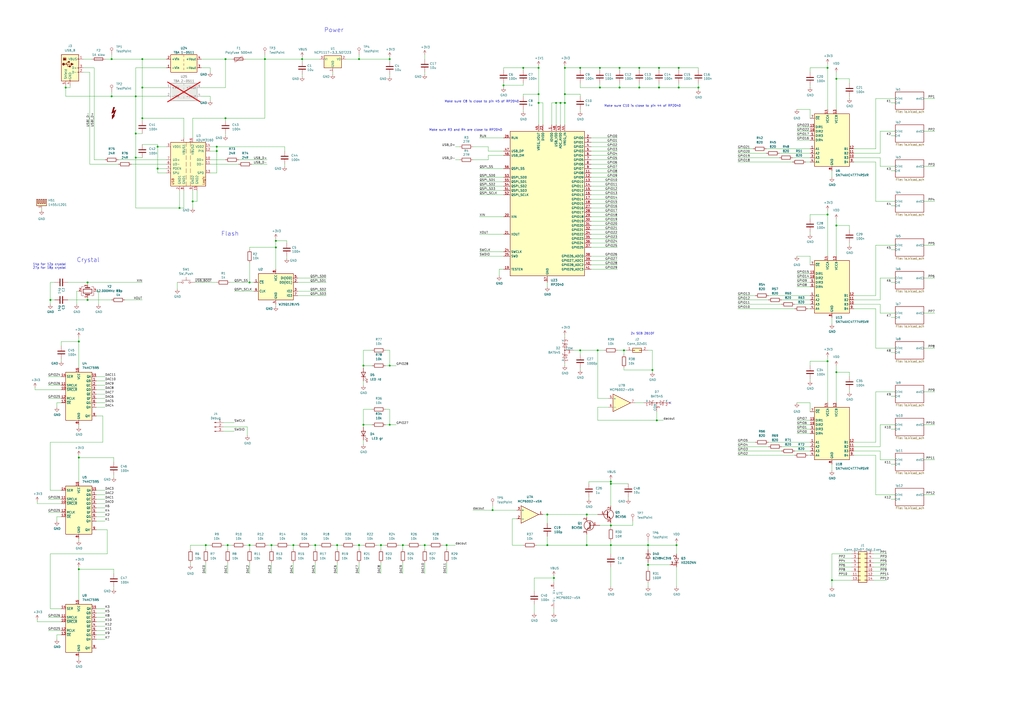
<source format=kicad_sch>
(kicad_sch (version 20230121) (generator eeschema)
  (paper "A2")
  (title_block (title "LTE probeInterfaceG2") (date "2023-06-18") (rev "REV1") (company "M. Koch"))
  (junction (at 220.98 316.23))
  (junction (at 370.84 39.37))
  (junction (at 195.58 316.23))
  (junction (at 382.27 50.8))
  (junction (at 393.7 39.37))
  (junction (at 125.73 87.63))
  (junction (at 354.33 304.8))
  (junction (at 45.72 330.2))
  (junction (at 64.77 34.29))
  (junction (at 354.33 280.67))
  (junction (at 480.06 209.55))
  (junction (at 182.88 316.23))
  (junction (at 336.55 39.37))
  (junction (at 312.42 39.37))
  (junction (at 144.78 316.23))
  (junction (at 347.98 50.8))
  (junction (at 78.74 55.88))
  (junction (at 82.55 50.8))
  (junction (at 336.55 203.2))
  (junction (at 246.38 316.23))
  (junction (at 482.6 336.55))
  (junction (at 340.36 316.23))
  (junction (at 125.73 85.09))
  (junction (at 160.02 143.51))
  (junction (at 45.72 265.43))
  (junction (at 130.81 34.29))
  (junction (at 359.41 50.8))
  (junction (at 45.72 198.12))
  (junction (at 111.76 116.84))
  (junction (at 312.42 59.69))
  (junction (at 91.44 97.79))
  (junction (at 226.06 246.38))
  (junction (at 354.33 316.23))
  (junction (at 321.31 335.28))
  (junction (at 381 243.84))
  (junction (at 78.74 91.44))
  (junction (at 485.14 45.72))
  (junction (at 210.82 246.38))
  (junction (at 393.7 50.8))
  (junction (at 340.36 298.45))
  (junction (at 259.08 316.23))
  (junction (at 208.28 316.23))
  (junction (at 317.5 298.45))
  (junction (at 346.71 203.2))
  (junction (at 210.82 212.09))
  (junction (at 226.06 34.29))
  (junction (at 480.06 39.37))
  (junction (at 375.92 327.66))
  (junction (at 327.66 39.37))
  (junction (at 405.13 50.8))
  (junction (at 480.06 124.46))
  (junction (at 175.26 34.29))
  (junction (at 82.55 34.29))
  (junction (at 485.14 130.81))
  (junction (at 50.8 173.99))
  (junction (at 312.42 54.61))
  (junction (at 375.92 316.23))
  (junction (at 292.1 49.53))
  (junction (at 226.06 212.09))
  (junction (at 485.14 215.9))
  (junction (at 91.44 85.09))
  (junction (at 64.77 55.88))
  (junction (at 78.74 77.47))
  (junction (at 361.95 203.2))
  (junction (at 160.02 139.7))
  (junction (at 233.68 316.23))
  (junction (at 132.08 316.23))
  (junction (at 144.78 163.83))
  (junction (at 347.98 39.37))
  (junction (at 378.46 214.63))
  (junction (at 392.43 316.23))
  (junction (at 317.5 316.23))
  (junction (at 325.12 59.69))
  (junction (at 303.53 39.37))
  (junction (at 208.28 34.29))
  (junction (at 38.1 50.8))
  (junction (at 327.66 59.69))
  (junction (at 285.75 295.91))
  (junction (at 322.58 59.69))
  (junction (at 382.27 39.37))
  (junction (at 153.67 34.29))
  (junction (at 157.48 316.23))
  (junction (at 370.84 50.8))
  (junction (at 119.38 316.23))
  (junction (at 104.14 120.65))
  (junction (at 50.8 163.83))
  (junction (at 170.18 316.23))
  (junction (at 327.66 54.61))
  (junction (at 29.21 173.99))
  (junction (at 82.55 68.58))
  (junction (at 354.33 279.4))
  (junction (at 130.81 68.58))
  (junction (at 359.41 39.37))
  (no_connect (at 388.62 233.68))
  (wire (pts (xy 354.33 303.53) (xy 354.33 304.8)))
  (wire (pts (xy 45.72 381) (xy 45.72 382.27)))
  (wire (pts (xy 130.81 68.58) (xy 153.67 68.58)))
  (wire (pts (xy 482.6 184.15) (xy 482.6 187.96)))
  (wire (pts (xy 485.14 215.9) (xy 492.76 215.9)))
  (wire (pts (xy 342.9 90.17) (xy 358.14 90.17)))
  (wire (pts (xy 215.9 203.2) (xy 210.82 203.2)))
  (wire (pts (xy 121.92 87.63) (xy 125.73 87.63)))
  (wire (pts (xy 144.78 316.23) (xy 144.78 318.77)))
  (wire (pts (xy 332.74 203.2) (xy 336.55 203.2)))
  (wire (pts (xy 31.75 173.99) (xy 29.21 173.99)))
  (wire (pts (xy 342.9 100.33) (xy 358.14 100.33)))
  (wire (pts (xy 175.26 34.29) (xy 185.42 34.29)))
  (wire (pts (xy 535.94 57.15) (xy 542.29 57.15)))
  (wire (pts (xy 486.41 328.93) (xy 494.03 328.93)))
  (wire (pts (xy 82.55 34.29) (xy 96.52 34.29)))
  (wire (pts (xy 45.72 330.2) (xy 45.72 347.98)))
  (wire (pts (xy 519.43 201.93) (xy 508 201.93)))
  (wire (pts (xy 309.88 350.52) (xy 309.88 355.6)))
  (wire (pts (xy 292.1 156.21) (xy 289.56 156.21)))
  (wire (pts (xy 52.07 41.91) (xy 52.07 95.25)))
  (wire (pts (xy 45.72 328.93) (xy 45.72 330.2)))
  (wire (pts (xy 370.84 39.37) (xy 382.27 39.37)))
  (wire (pts (xy 317.5 316.23) (xy 317.5 311.15)))
  (wire (pts (xy 44.45 168.91) (xy 45.72 168.91)))
  (wire (pts (xy 27.94 365.76) (xy 35.56 365.76)))
  (wire (pts (xy 342.9 140.97) (xy 358.14 140.97)))
  (wire (pts (xy 535.94 96.52) (xy 542.29 96.52)))
  (wire (pts (xy 38.1 50.8) (xy 38.1 55.88)))
  (wire (pts (xy 535.94 161.29) (xy 542.29 161.29)))
  (wire (pts (xy 142.24 316.23) (xy 144.78 316.23)))
  (wire (pts (xy 341.63 279.4) (xy 354.33 279.4)))
  (wire (pts (xy 106.68 68.58) (xy 106.68 80.01)))
  (wire (pts (xy 508 116.84) (xy 508 93.98)))
  (wire (pts (xy 55.88 223.52) (xy 60.96 223.52)))
  (wire (pts (xy 55.88 289.56) (xy 60.96 289.56)))
  (wire (pts (xy 35.56 198.12) (xy 45.72 198.12)))
  (wire (pts (xy 55.88 363.22) (xy 60.96 363.22)))
  (wire (pts (xy 381 238.76) (xy 381 243.84)))
  (wire (pts (xy 393.7 40.64) (xy 393.7 39.37)))
  (wire (pts (xy 35.56 200.66) (xy 35.56 198.12)))
  (wire (pts (xy 64.77 53.34) (xy 64.77 55.88)))
  (wire (pts (xy 121.92 92.71) (xy 130.81 92.71)))
  (wire (pts (xy 223.52 203.2) (xy 226.06 203.2)))
  (wire (pts (xy 72.39 173.99) (xy 82.55 173.99)))
  (wire (pts (xy 292.1 135.89) (xy 278.13 135.89)))
  (wire (pts (xy 480.06 39.37) (xy 480.06 63.5)))
  (wire (pts (xy 104.14 110.49) (xy 104.14 120.65)))
  (wire (pts (xy 35.56 233.68) (xy 33.02 233.68)))
  (wire (pts (xy 283.21 87.63) (xy 292.1 87.63)))
  (wire (pts (xy 535.94 227.33) (xy 542.29 227.33)))
  (wire (pts (xy 336.55 63.5) (xy 336.55 64.77)))
  (wire (pts (xy 469.9 63.5) (xy 469.9 68.58)))
  (wire (pts (xy 327.66 210.82) (xy 327.66 212.09)))
  (wire (pts (xy 427.99 179.07) (xy 461.01 179.07)))
  (wire (pts (xy 359.41 48.26) (xy 359.41 50.8)))
  (wire (pts (xy 54.61 92.71) (xy 60.96 92.71)))
  (wire (pts (xy 55.88 358.14) (xy 60.96 358.14)))
  (wire (pts (xy 78.74 55.88) (xy 64.77 55.88)))
  (wire (pts (xy 392.43 328.93) (xy 392.43 340.36)))
  (wire (pts (xy 354.33 316.23) (xy 354.33 321.31)))
  (wire (pts (xy 341.63 288.29) (xy 341.63 289.56)))
  (wire (pts (xy 486.41 334.01) (xy 494.03 334.01)))
  (wire (pts (xy 370.84 40.64) (xy 370.84 39.37)))
  (wire (pts (xy 535.94 266.7) (xy 542.29 266.7)))
  (wire (pts (xy 195.58 316.23) (xy 195.58 318.77)))
  (wire (pts (xy 462.28 251.46) (xy 469.9 251.46)))
  (wire (pts (xy 359.41 50.8) (xy 347.98 50.8)))
  (wire (pts (xy 510.54 261.62) (xy 510.54 266.7)))
  (wire (pts (xy 130.81 34.29) (xy 134.62 34.29)))
  (wire (pts (xy 223.52 212.09) (xy 226.06 212.09)))
  (wire (pts (xy 485.14 45.72) (xy 485.14 41.91)))
  (wire (pts (xy 172.72 161.29) (xy 189.23 161.29)))
  (wire (pts (xy 45.72 312.42) (xy 45.72 313.69)))
  (wire (pts (xy 482.6 321.31) (xy 482.6 336.55)))
  (wire (pts (xy 129.54 250.19) (xy 135.89 250.19)))
  (wire (pts (xy 210.82 203.2) (xy 210.82 212.09)))
  (wire (pts (xy 462.28 243.84) (xy 469.9 243.84)))
  (wire (pts (xy 226.06 212.09) (xy 229.87 212.09)))
  (wire (pts (xy 508 201.93) (xy 508 179.07)))
  (wire (pts (xy 516.89 289.56) (xy 519.43 289.56)))
  (wire (pts (xy 78.74 91.44) (xy 82.55 91.44)))
  (wire (pts (xy 166.37 140.97) (xy 166.37 139.7)))
  (wire (pts (xy 166.37 148.59) (xy 166.37 149.86)))
  (wire (pts (xy 354.33 328.93) (xy 354.33 340.36)))
  (wire (pts (xy 361.95 214.63) (xy 378.46 214.63)))
  (wire (pts (xy 200.66 34.29) (xy 208.28 34.29)))
  (wire (pts (xy 259.08 316.23) (xy 264.16 316.23)))
  (wire (pts (xy 55.88 297.18) (xy 60.96 297.18)))
  (wire (pts (xy 130.81 68.58) (xy 130.81 69.85)))
  (wire (pts (xy 130.81 77.47) (xy 130.81 78.74)))
  (wire (pts (xy 382.27 40.64) (xy 382.27 39.37)))
  (wire (pts (xy 110.49 316.23) (xy 119.38 316.23)))
  (wire (pts (xy 508 57.15) (xy 519.43 57.15)))
  (wire (pts (xy 160.02 138.43) (xy 160.02 139.7)))
  (wire (pts (xy 220.98 326.39) (xy 220.98 332.74)))
  (wire (pts (xy 342.9 110.49) (xy 358.14 110.49)))
  (wire (pts (xy 506.73 323.85) (xy 514.35 323.85)))
  (wire (pts (xy 353.06 236.22) (xy 346.71 236.22)))
  (wire (pts (xy 29.21 284.48) (xy 35.56 284.48)))
  (wire (pts (xy 462.28 246.38) (xy 469.9 246.38)))
  (wire (pts (xy 132.08 316.23) (xy 132.08 318.77)))
  (wire (pts (xy 278.13 125.73) (xy 292.1 125.73)))
  (wire (pts (xy 256.54 316.23) (xy 259.08 316.23)))
  (wire (pts (xy 55.88 236.22) (xy 60.96 236.22)))
  (wire (pts (xy 382.27 48.26) (xy 382.27 50.8)))
  (wire (pts (xy 321.31 334.01) (xy 321.31 335.28)))
  (wire (pts (xy 154.94 316.23) (xy 157.48 316.23)))
  (wire (pts (xy 78.74 91.44) (xy 78.74 120.65)))
  (wire (pts (xy 495.3 256.54) (xy 508 256.54)))
  (wire (pts (xy 45.72 265.43) (xy 66.04 265.43)))
  (wire (pts (xy 327.66 39.37) (xy 327.66 54.61)))
  (wire (pts (xy 469.9 41.91) (xy 469.9 39.37)))
  (wire (pts (xy 125.73 87.63) (xy 125.73 85.09)))
  (wire (pts (xy 320.04 59.69) (xy 322.58 59.69)))
  (wire (pts (xy 480.06 121.92) (xy 480.06 124.46)))
  (wire (pts (xy 292.1 113.03) (xy 278.13 113.03)))
  (wire (pts (xy 226.06 237.49) (xy 226.06 246.38)))
  (wire (pts (xy 469.9 212.09) (xy 469.9 209.55)))
  (wire (pts (xy 482.6 99.06) (xy 482.6 102.87)))
  (wire (pts (xy 485.14 233.68) (xy 485.14 215.9)))
  (wire (pts (xy 393.7 39.37) (xy 405.13 39.37)))
  (wire (pts (xy 535.94 76.2) (xy 542.29 76.2)))
  (wire (pts (xy 354.33 316.23) (xy 354.33 313.69)))
  (wire (pts (xy 480.06 209.55) (xy 480.06 233.68)))
  (wire (pts (xy 346.71 203.2) (xy 350.52 203.2)))
  (wire (pts (xy 510.54 246.38) (xy 510.54 259.08)))
  (wire (pts (xy 336.55 203.2) (xy 346.71 203.2)))
  (wire (pts (xy 382.27 39.37) (xy 393.7 39.37)))
  (wire (pts (xy 55.88 294.64) (xy 60.96 294.64)))
  (wire (pts (xy 246.38 41.91) (xy 246.38 43.18)))
  (wire (pts (xy 264.16 85.09) (xy 266.7 85.09)))
  (wire (pts (xy 347.98 304.8) (xy 354.33 304.8)))
  (wire (pts (xy 336.55 55.88) (xy 336.55 54.61)))
  (wire (pts (xy 259.08 326.39) (xy 259.08 332.74)))
  (wire (pts (xy 462.28 166.37) (xy 469.9 166.37)))
  (wire (pts (xy 462.28 161.29) (xy 469.9 161.29)))
  (wire (pts (xy 354.33 304.8) (xy 354.33 306.07)))
  (wire (pts (xy 292.1 148.59) (xy 278.13 148.59)))
  (wire (pts (xy 354.33 304.8) (xy 367.03 304.8)))
  (wire (pts (xy 218.44 316.23) (xy 220.98 316.23)))
  (wire (pts (xy 45.72 195.58) (xy 45.72 198.12)))
  (wire (pts (xy 193.04 41.91) (xy 193.04 43.18)))
  (wire (pts (xy 121.92 55.88) (xy 116.84 55.88)))
  (wire (pts (xy 535.94 181.61) (xy 542.29 181.61)))
  (wire (pts (xy 462.28 78.74) (xy 469.9 78.74)))
  (wire (pts (xy 45.72 265.43) (xy 45.72 279.4)))
  (wire (pts (xy 195.58 326.39) (xy 195.58 332.74)))
  (wire (pts (xy 461.01 261.62) (xy 469.9 261.62)))
  (wire (pts (xy 444.5 86.36) (xy 469.9 86.36)))
  (wire (pts (xy 469.9 134.62) (xy 469.9 135.89)))
  (wire (pts (xy 20.32 226.06) (xy 35.56 226.06)))
  (wire (pts (xy 210.82 220.98) (xy 210.82 223.52)))
  (wire (pts (xy 278.13 102.87) (xy 292.1 102.87)))
  (wire (pts (xy 342.9 130.81) (xy 358.14 130.81)))
  (wire (pts (xy 510.54 176.53) (xy 510.54 181.61)))
  (wire (pts (xy 285.75 293.37) (xy 285.75 295.91)))
  (wire (pts (xy 205.74 316.23) (xy 208.28 316.23)))
  (wire (pts (xy 259.08 316.23) (xy 259.08 318.77)))
  (wire (pts (xy 317.5 298.45) (xy 340.36 298.45)))
  (wire (pts (xy 274.32 295.91) (xy 285.75 295.91)))
  (wire (pts (xy 52.07 41.91) (xy 48.26 41.91)))
  (wire (pts (xy 64.77 55.88) (xy 38.1 55.88)))
  (wire (pts (xy 508 227.33) (xy 519.43 227.33)))
  (wire (pts (xy 144.78 144.78) (xy 144.78 143.51)))
  (wire (pts (xy 510.54 161.29) (xy 519.43 161.29)))
  (wire (pts (xy 485.14 130.81) (xy 485.14 127)))
  (wire (pts (xy 480.06 36.83) (xy 480.06 39.37)))
  (wire (pts (xy 35.56 208.28) (xy 35.56 209.55)))
  (wire (pts (xy 170.18 316.23) (xy 170.18 318.77)))
  (wire (pts (xy 340.36 316.23) (xy 317.5 316.23)))
  (wire (pts (xy 153.67 34.29) (xy 175.26 34.29)))
  (wire (pts (xy 358.14 203.2) (xy 361.95 203.2)))
  (wire (pts (xy 462.28 81.28) (xy 469.9 81.28)))
  (wire (pts (xy 226.06 43.18) (xy 226.06 44.45)))
  (wire (pts (xy 111.76 68.58) (xy 130.81 68.58)))
  (wire (pts (xy 510.54 266.7) (xy 519.43 266.7)))
  (wire (pts (xy 506.73 336.55) (xy 514.35 336.55)))
  (wire (pts (xy 516.89 248.92) (xy 519.43 248.92)))
  (wire (pts (xy 129.54 245.11) (xy 135.89 245.11)))
  (wire (pts (xy 125.73 85.09) (xy 121.92 85.09)))
  (wire (pts (xy 110.49 326.39) (xy 110.49 327.66)))
  (wire (pts (xy 382.27 50.8) (xy 370.84 50.8)))
  (wire (pts (xy 340.36 298.45) (xy 346.71 298.45)))
  (wire (pts (xy 427.99 91.44) (xy 452.12 91.44)))
  (wire (pts (xy 78.74 77.47) (xy 82.55 77.47)))
  (wire (pts (xy 427.99 259.08) (xy 445.77 259.08)))
  (wire (pts (xy 55.88 233.68) (xy 60.96 233.68)))
  (wire (pts (xy 364.49 288.29) (xy 364.49 289.56)))
  (wire (pts (xy 336.55 40.64) (xy 336.55 39.37)))
  (wire (pts (xy 215.9 237.49) (xy 210.82 237.49)))
  (wire (pts (xy 378.46 215.9) (xy 378.46 214.63)))
  (wire (pts (xy 322.58 59.69) (xy 322.58 72.39)))
  (wire (pts (xy 35.56 299.72) (xy 33.02 299.72)))
  (wire (pts (xy 342.9 133.35) (xy 358.14 133.35)))
  (wire (pts (xy 243.84 316.23) (xy 246.38 316.23)))
  (wire (pts (xy 342.9 151.13) (xy 358.14 151.13)))
  (wire (pts (xy 340.36 309.88) (xy 340.36 316.23)))
  (wire (pts (xy 303.53 54.61) (xy 312.42 54.61)))
  (wire (pts (xy 375.92 316.23) (xy 392.43 316.23)))
  (wire (pts (xy 132.08 316.23) (xy 134.62 316.23)))
  (wire (pts (xy 427.99 264.16) (xy 461.01 264.16)))
  (wire (pts (xy 50.8 173.99) (xy 64.77 173.99)))
  (wire (pts (xy 393.7 50.8) (xy 382.27 50.8)))
  (wire (pts (xy 510.54 261.62) (xy 495.3 261.62)))
  (wire (pts (xy 492.76 48.26) (xy 492.76 45.72)))
  (wire (pts (xy 66.04 332.74) (xy 66.04 330.2)))
  (wire (pts (xy 485.14 215.9) (xy 485.14 212.09)))
  (wire (pts (xy 62.23 307.34) (xy 62.23 321.31)))
  (wire (pts (xy 114.3 110.49) (xy 114.3 116.84)))
  (wire (pts (xy 55.88 370.84) (xy 60.96 370.84)))
  (wire (pts (xy 405.13 48.26) (xy 405.13 50.8)))
  (wire (pts (xy 342.9 82.55) (xy 358.14 82.55)))
  (wire (pts (xy 143.51 247.65) (xy 143.51 252.73)))
  (wire (pts (xy 144.78 152.4) (xy 144.78 163.83)))
  (wire (pts (xy 153.67 68.58) (xy 153.67 34.29)))
  (wire (pts (xy 55.88 241.3) (xy 59.69 241.3)))
  (wire (pts (xy 303.53 49.53) (xy 303.53 48.26)))
  (wire (pts (xy 342.9 87.63) (xy 358.14 87.63)))
  (wire (pts (xy 292.1 49.53) (xy 292.1 50.8)))
  (wire (pts (xy 469.9 148.59) (xy 469.9 153.67)))
  (wire (pts (xy 44.45 176.53) (xy 44.45 168.91)))
  (wire (pts (xy 157.48 316.23) (xy 157.48 318.77)))
  (wire (pts (xy 405.13 50.8) (xy 405.13 52.07)))
  (wire (pts (xy 91.44 97.79) (xy 91.44 85.09)))
  (wire (pts (xy 20.32 224.79) (xy 20.32 226.06)))
  (wire (pts (xy 342.9 80.01) (xy 358.14 80.01)))
  (wire (pts (xy 208.28 316.23) (xy 208.28 318.77)))
  (wire (pts (xy 220.98 316.23) (xy 223.52 316.23)))
  (wire (pts (xy 393.7 48.26) (xy 393.7 50.8)))
  (wire (pts (xy 392.43 321.31) (xy 392.43 316.23)))
  (wire (pts (xy 111.76 116.84) (xy 111.76 120.65)))
  (wire (pts (xy 111.76 80.01) (xy 111.76 68.58)))
  (wire (pts (xy 66.04 340.36) (xy 66.04 341.63)))
  (wire (pts (xy 469.9 127) (xy 469.9 124.46)))
  (wire (pts (xy 320.04 72.39) (xy 320.04 59.69)))
  (wire (pts (xy 468.63 264.16) (xy 469.9 264.16)))
  (wire (pts (xy 342.9 92.71) (xy 358.14 92.71)))
  (wire (pts (xy 342.9 120.65) (xy 358.14 120.65)))
  (wire (pts (xy 508 227.33) (xy 508 256.54)))
  (wire (pts (xy 91.44 100.33) (xy 91.44 97.79)))
  (wire (pts (xy 125.73 163.83) (xy 113.03 163.83)))
  (wire (pts (xy 59.69 256.54) (xy 29.21 256.54)))
  (wire (pts (xy 135.89 168.91) (xy 147.32 168.91)))
  (wire (pts (xy 210.82 212.09) (xy 210.82 213.36)))
  (wire (pts (xy 516.89 229.87) (xy 519.43 229.87)))
  (wire (pts (xy 226.06 203.2) (xy 226.06 212.09)))
  (wire (pts (xy 378.46 214.63) (xy 378.46 203.2)))
  (wire (pts (xy 274.32 85.09) (xy 283.21 85.09)))
  (wire (pts (xy 485.14 148.59) (xy 485.14 130.81)))
  (wire (pts (xy 119.38 332.74) (xy 119.38 326.39)))
  (wire (pts (xy 508 287.02) (xy 508 264.16)))
  (wire (pts (xy 146.05 95.25) (xy 154.94 95.25)))
  (wire (pts (xy 342.9 118.11) (xy 358.14 118.11)))
  (wire (pts (xy 354.33 316.23) (xy 375.92 316.23)))
  (wire (pts (xy 535.94 287.02) (xy 542.29 287.02)))
  (wire (pts (xy 342.9 107.95) (xy 358.14 107.95)))
  (wire (pts (xy 180.34 316.23) (xy 182.88 316.23)))
  (wire (pts (xy 459.74 91.44) (xy 469.9 91.44)))
  (wire (pts (xy 60.96 34.29) (xy 64.77 34.29)))
  (wire (pts (xy 55.88 226.06) (xy 60.96 226.06)))
  (wire (pts (xy 453.39 259.08) (xy 469.9 259.08)))
  (wire (pts (xy 317.5 316.23) (xy 311.15 316.23)))
  (wire (pts (xy 33.02 233.68) (xy 33.02 236.22)))
  (wire (pts (xy 246.38 326.39) (xy 246.38 332.74)))
  (wire (pts (xy 233.68 316.23) (xy 236.22 316.23)))
  (wire (pts (xy 381 243.84) (xy 384.81 243.84)))
  (wire (pts (xy 469.9 219.71) (xy 469.9 220.98)))
  (wire (pts (xy 510.54 91.44) (xy 495.3 91.44)))
  (wire (pts (xy 321.31 353.06) (xy 321.31 355.6)))
  (wire (pts (xy 57.15 168.91) (xy 55.88 168.91)))
  (wire (pts (xy 462.28 76.2) (xy 469.9 76.2)))
  (wire (pts (xy 340.36 316.23) (xy 354.33 316.23)))
  (wire (pts (xy 519.43 287.02) (xy 508 287.02)))
  (wire (pts (xy 114.3 116.84) (xy 111.76 116.84)))
  (wire (pts (xy 208.28 326.39) (xy 208.28 332.74)))
  (wire (pts (xy 342.9 138.43) (xy 358.14 138.43)))
  (wire (pts (xy 486.41 331.47) (xy 494.03 331.47)))
  (wire (pts (xy 166.37 139.7) (xy 160.02 139.7)))
  (wire (pts (xy 312.42 39.37) (xy 312.42 54.61)))
  (wire (pts (xy 342.9 123.19) (xy 358.14 123.19)))
  (wire (pts (xy 68.58 92.71) (xy 96.52 92.71)))
  (wire (pts (xy 405.13 40.64) (xy 405.13 39.37)))
  (wire (pts (xy 45.72 198.12) (xy 45.72 213.36)))
  (wire (pts (xy 370.84 50.8) (xy 359.41 50.8)))
  (wire (pts (xy 210.82 237.49) (xy 210.82 246.38)))
  (wire (pts (xy 342.9 115.57) (xy 358.14 115.57)))
  (wire (pts (xy 321.31 335.28) (xy 321.31 337.82)))
  (wire (pts (xy 106.68 68.58) (xy 82.55 68.58)))
  (wire (pts (xy 303.53 40.64) (xy 303.53 39.37)))
  (wire (pts (xy 82.55 83.82) (xy 91.44 83.82)))
  (wire (pts (xy 55.88 368.3) (xy 60.96 368.3)))
  (wire (pts (xy 142.24 34.29) (xy 153.67 34.29)))
  (wire (pts (xy 55.88 307.34) (xy 62.23 307.34)))
  (wire (pts (xy 62.23 321.31) (xy 29.21 321.31)))
  (wire (pts (xy 121.92 41.91) (xy 121.92 39.37)))
  (wire (pts (xy 427.99 88.9) (xy 444.5 88.9)))
  (wire (pts (xy 445.77 256.54) (xy 469.9 256.54)))
  (wire (pts (xy 312.42 59.69) (xy 312.42 72.39)))
  (wire (pts (xy 342.9 148.59) (xy 358.14 148.59)))
  (wire (pts (xy 510.54 76.2) (xy 510.54 88.9)))
  (wire (pts (xy 510.54 96.52) (xy 519.43 96.52)))
  (wire (pts (xy 24.13 120.65) (xy 24.13 121.92)))
  (wire (pts (xy 64.77 31.75) (xy 64.77 34.29)))
  (wire (pts (xy 467.36 93.98) (xy 469.9 93.98)))
  (wire (pts (xy 226.06 34.29) (xy 226.06 33.02)))
  (wire (pts (xy 508 142.24) (xy 508 171.45)))
  (wire (pts (xy 153.67 31.75) (xy 153.67 34.29)))
  (wire (pts (xy 342.9 125.73) (xy 358.14 125.73)))
  (wire (pts (xy 508 93.98) (xy 495.3 93.98)))
  (wire (pts (xy 102.87 163.83) (xy 102.87 167.64)))
  (wire (pts (xy 462.28 158.75) (xy 469.9 158.75)))
  (wire (pts (xy 38.1 49.53) (xy 38.1 50.8)))
  (wire (pts (xy 317.5 298.45) (xy 317.5 303.53)))
  (wire (pts (xy 116.84 50.8) (xy 130.81 50.8)))
  (wire (pts (xy 508 142.24) (xy 519.43 142.24)))
  (wire (pts (xy 346.71 236.22) (xy 346.71 243.84)))
  (wire (pts (xy 327.66 59.69) (xy 327.66 72.39)))
  (wire (pts (xy 55.88 292.1) (xy 60.96 292.1)))
  (wire (pts (xy 342.9 105.41) (xy 358.14 105.41)))
  (wire (pts (xy 347.98 40.64) (xy 347.98 39.37)))
  (wire (pts (xy 516.89 184.15) (xy 519.43 184.15)))
  (wire (pts (xy 246.38 31.75) (xy 246.38 34.29)))
  (wire (pts (xy 506.73 328.93) (xy 514.35 328.93)))
  (wire (pts (xy 54.61 39.37) (xy 54.61 92.71)))
  (wire (pts (xy 167.64 316.23) (xy 170.18 316.23)))
  (wire (pts (xy 510.54 176.53) (xy 495.3 176.53)))
  (wire (pts (xy 29.21 321.31) (xy 29.21 353.06)))
  (wire (pts (xy 346.71 231.14) (xy 346.71 203.2)))
  (wire (pts (xy 55.88 360.68) (xy 60.96 360.68)))
  (wire (pts (xy 342.9 128.27) (xy 358.14 128.27)))
  (wire (pts (xy 27.94 289.56) (xy 35.56 289.56)))
  (wire (pts (xy 215.9 246.38) (xy 210.82 246.38)))
  (wire (pts (xy 193.04 316.23) (xy 195.58 316.23)))
  (wire (pts (xy 516.89 59.69) (xy 519.43 59.69)))
  (wire (pts (xy 31.75 163.83) (xy 29.21 163.83)))
  (wire (pts (xy 35.56 368.3) (xy 33.02 368.3)))
  (wire (pts (xy 327.66 54.61) (xy 327.66 59.69)))
  (wire (pts (xy 55.88 302.26) (xy 60.96 302.26)))
  (wire (pts (xy 495.3 171.45) (xy 508 171.45)))
  (wire (pts (xy 303.53 63.5) (xy 303.53 64.77)))
  (wire (pts (xy 144.78 143.51) (xy 160.02 143.51)))
  (wire (pts (xy 233.68 316.23) (xy 233.68 318.77)))
  (wire (pts (xy 370.84 48.26) (xy 370.84 50.8)))
  (wire (pts (xy 367.03 302.26) (xy 367.03 304.8)))
  (wire (pts (xy 510.54 91.44) (xy 510.54 96.52)))
  (wire (pts (xy 172.72 171.45) (xy 189.23 171.45)))
  (wire (pts (xy 55.88 220.98) (xy 60.96 220.98)))
  (wire (pts (xy 314.96 72.39) (xy 314.96 59.69)))
  (wire (pts (xy 165.1 85.09) (xy 125.73 85.09)))
  (wire (pts (xy 342.9 85.09) (xy 358.14 85.09)))
  (wire (pts (xy 375.92 327.66) (xy 388.62 327.66)))
  (wire (pts (xy 341.63 280.67) (xy 341.63 279.4)))
  (wire (pts (xy 144.78 163.83) (xy 147.32 163.83)))
  (wire (pts (xy 285.75 295.91) (xy 299.72 295.91)))
  (wire (pts (xy 361.95 203.2) (xy 363.22 203.2)))
  (wire (pts (xy 492.76 226.06) (xy 492.76 227.33)))
  (wire (pts (xy 516.89 78.74) (xy 519.43 78.74)))
  (wire (pts (xy 78.74 39.37) (xy 78.74 55.88)))
  (wire (pts (xy 292.1 146.05) (xy 278.13 146.05)))
  (wire (pts (xy 375.92 337.82) (xy 375.92 340.36)))
  (wire (pts (xy 39.37 173.99) (xy 50.8 173.99)))
  (wire (pts (xy 485.14 63.5) (xy 485.14 45.72)))
  (wire (pts (xy 453.39 173.99) (xy 469.9 173.99)))
  (wire (pts (xy 208.28 31.75) (xy 208.28 34.29)))
  (wire (pts (xy 144.78 316.23) (xy 147.32 316.23)))
  (wire (pts (xy 462.28 73.66) (xy 469.9 73.66)))
  (wire (pts (xy 96.52 39.37) (xy 78.74 39.37)))
  (wire (pts (xy 462.28 163.83) (xy 469.9 163.83)))
  (wire (pts (xy 182.88 316.23) (xy 185.42 316.23)))
  (wire (pts (xy 21.59 292.1) (xy 35.56 292.1)))
  (wire (pts (xy 292.1 80.01) (xy 278.13 80.01)))
  (wire (pts (xy 325.12 59.69) (xy 327.66 59.69)))
  (wire (pts (xy 104.14 120.65) (xy 78.74 120.65)))
  (wire (pts (xy 160.02 176.53) (xy 160.02 177.8)))
  (wire (pts (xy 195.58 316.23) (xy 198.12 316.23)))
  (wire (pts (xy 340.36 298.45) (xy 340.36 299.72)))
  (wire (pts (xy 96.52 50.8) (xy 82.55 50.8)))
  (wire (pts (xy 342.9 135.89) (xy 358.14 135.89)))
  (wire (pts (xy 375.92 316.23) (xy 375.92 318.77)))
  (wire (pts (xy 292.1 97.79) (xy 278.13 97.79)))
  (wire (pts (xy 133.35 163.83) (xy 144.78 163.83)))
  (wire (pts (xy 55.88 228.6) (xy 60.96 228.6)))
  (wire (pts (xy 119.38 316.23) (xy 121.92 316.23)))
  (wire (pts (xy 55.88 353.06) (xy 60.96 353.06)))
  (wire (pts (xy 480.06 207.01) (xy 480.06 209.55)))
  (wire (pts (xy 96.52 97.79) (xy 91.44 97.79)))
  (wire (pts (xy 55.88 355.6) (xy 60.96 355.6)))
  (wire (pts (xy 278.13 107.95) (xy 292.1 107.95)))
  (wire (pts (xy 55.88 287.02) (xy 60.96 287.02)))
  (wire (pts (xy 346.71 243.84) (xy 381 243.84)))
  (wire (pts (xy 40.64 49.53) (xy 40.64 50.8)))
  (wire (pts (xy 494.03 321.31) (xy 482.6 321.31)))
  (wire (pts (xy 342.9 143.51) (xy 358.14 143.51)))
  (wire (pts (xy 336.55 203.2) (xy 336.55 205.74)))
  (wire (pts (xy 106.68 120.65) (xy 104.14 120.65)))
  (wire (pts (xy 314.96 298.45) (xy 317.5 298.45)))
  (wire (pts (xy 45.72 330.2) (xy 66.04 330.2)))
  (wire (pts (xy 289.56 156.21) (xy 289.56 160.02)))
  (wire (pts (xy 39.37 163.83) (xy 50.8 163.83)))
  (wire (pts (xy 215.9 212.09) (xy 210.82 212.09)))
  (wire (pts (xy 283.21 92.71) (xy 283.21 90.17)))
  (wire (pts (xy 182.88 316.23) (xy 182.88 318.77)))
  (wire (pts (xy 278.13 105.41) (xy 292.1 105.41)))
  (wire (pts (xy 78.74 77.47) (xy 78.74 91.44)))
  (wire (pts (xy 353.06 231.14) (xy 346.71 231.14)))
  (wire (pts (xy 480.06 124.46) (xy 480.06 148.59)))
  (wire (pts (xy 468.63 179.07) (xy 469.9 179.07)))
  (wire (pts (xy 50.8 165.1) (xy 50.8 163.83)))
  (wire (pts (xy 535.94 246.38) (xy 542.29 246.38)))
  (wire (pts (xy 445.77 171.45) (xy 469.9 171.45)))
  (wire (pts (xy 138.43 92.71) (xy 154.94 92.71)))
  (wire (pts (xy 172.72 163.83) (xy 189.23 163.83)))
  (wire (pts (xy 510.54 246.38) (xy 519.43 246.38)))
  (wire (pts (xy 492.76 133.35) (xy 492.76 130.81)))
  (wire (pts (xy 274.32 92.71) (xy 283.21 92.71)))
  (wire (pts (xy 303.53 316.23) (xy 297.18 316.23)))
  (wire (pts (xy 292.1 40.64) (xy 292.1 39.37)))
  (wire (pts (xy 342.9 153.67) (xy 358.14 153.67)))
  (wire (pts (xy 59.69 241.3) (xy 59.69 256.54)))
  (wire (pts (xy 342.9 95.25) (xy 358.14 95.25)))
  (wire (pts (xy 327.66 194.31) (xy 327.66 195.58)))
  (wire (pts (xy 50.8 163.83) (xy 82.55 163.83)))
  (wire (pts (xy 303.53 55.88) (xy 303.53 54.61)))
  (wire (pts (xy 393.7 50.8) (xy 405.13 50.8)))
  (wire (pts (xy 516.89 119.38) (xy 519.43 119.38)))
  (wire (pts (xy 292.1 39.37) (xy 303.53 39.37)))
  (wire (pts (xy 359.41 40.64) (xy 359.41 39.37)))
  (wire (pts (xy 354.33 280.67) (xy 364.49 280.67)))
  (wire (pts (xy 210.82 246.38) (xy 210.82 247.65)))
  (wire (pts (xy 45.72 246.38) (xy 45.72 247.65)))
  (wire (pts (xy 29.21 173.99) (xy 29.21 176.53)))
  (wire (pts (xy 462.28 248.92) (xy 469.9 248.92)))
  (wire (pts (xy 535.94 201.93) (xy 542.29 201.93)))
  (wire (pts (xy 336.55 213.36) (xy 336.55 214.63)))
  (wire (pts (xy 516.89 204.47) (xy 519.43 204.47)))
  (wire (pts (xy 40.64 50.8) (xy 38.1 50.8)))
  (wire (pts (xy 165.1 87.63) (xy 165.1 85.09)))
  (wire (pts (xy 482.6 336.55) (xy 494.03 336.55)))
  (wire (pts (xy 508 264.16) (xy 495.3 264.16)))
  (wire (pts (xy 303.53 39.37) (xy 312.42 39.37)))
  (wire (pts (xy 469.9 39.37) (xy 480.06 39.37)))
  (wire (pts (xy 535.94 142.24) (xy 542.29 142.24)))
  (wire (pts (xy 354.33 278.13) (xy 354.33 279.4)))
  (wire (pts (xy 33.02 299.72) (xy 33.02 302.26)))
  (wire (pts (xy 27.94 223.52) (xy 35.56 223.52)))
  (wire (pts (xy 50.8 172.72) (xy 50.8 173.99)))
  (wire (pts (xy 96.52 100.33) (xy 91.44 100.33)))
  (wire (pts (xy 110.49 318.77) (xy 110.49 316.23)))
  (wire (pts (xy 82.55 50.8) (xy 82.55 68.58)))
  (wire (pts (xy 342.9 113.03) (xy 358.14 113.03)))
  (wire (pts (xy 317.5 163.83) (xy 317.5 166.37)))
  (wire (pts (xy 322.58 59.69) (xy 325.12 59.69)))
  (wire (pts (xy 516.89 99.06) (xy 519.43 99.06)))
  (wire (pts (xy 157.48 326.39) (xy 157.48 332.74)))
  (wire (pts (xy 170.18 326.39) (xy 170.18 332.74)))
  (wire (pts (xy 66.04 267.97) (xy 66.04 265.43)))
  (wire (pts (xy 312.42 38.1) (xy 312.42 39.37)))
  (wire (pts (xy 157.48 316.23) (xy 160.02 316.23)))
  (wire (pts (xy 506.73 334.01) (xy 514.35 334.01)))
  (wire (pts (xy 116.84 34.29) (xy 130.81 34.29)))
  (wire (pts (xy 375.92 313.69) (xy 375.92 316.23)))
  (wire (pts (xy 125.73 100.33) (xy 125.73 87.63)))
  (wire (pts (xy 27.94 231.14) (xy 35.56 231.14)))
  (wire (pts (xy 119.38 318.77) (xy 119.38 316.23)))
  (wire (pts (xy 144.78 326.39) (xy 144.78 332.74)))
  (wire (pts (xy 347.98 48.26) (xy 347.98 50.8)))
  (wire (pts (xy 336.55 48.26) (xy 336.55 50.8)))
  (wire (pts (xy 54.61 39.37) (xy 48.26 39.37)))
  (wire (pts (xy 68.58 95.25) (xy 52.07 95.25)))
  (wire (pts (xy 29.21 353.06) (xy 35.56 353.06)))
  (wire (pts (xy 96.52 55.88) (xy 78.74 55.88)))
  (wire (pts (xy 246.38 316.23) (xy 248.92 316.23)))
  (wire (pts (xy 309.88 335.28) (xy 321.31 335.28)))
  (wire (pts (xy 485.14 130.81) (xy 492.76 130.81)))
  (wire (pts (xy 121.92 95.25) (xy 138.43 95.25)))
  (wire (pts (xy 48.26 34.29) (xy 53.34 34.29)))
  (wire (pts (xy 325.12 59.69) (xy 325.12 72.39)))
  (wire (pts (xy 129.54 247.65) (xy 143.51 247.65)))
  (wire (pts (xy 55.88 365.76) (xy 60.96 365.76)))
  (wire (pts (xy 283.21 90.17) (xy 292.1 90.17)))
  (wire (pts (xy 469.9 233.68) (xy 469.9 238.76)))
  (wire (pts (xy 347.98 50.8) (xy 336.55 50.8)))
  (wire (pts (xy 508 57.15) (xy 508 86.36)))
  (wire (pts (xy 55.88 299.72) (xy 60.96 299.72)))
  (wire (pts (xy 486.41 323.85) (xy 494.03 323.85)))
  (wire (pts (xy 231.14 316.23) (xy 233.68 316.23)))
  (wire (pts (xy 292.1 48.26) (xy 292.1 49.53)))
  (wire (pts (xy 375.92 327.66) (xy 375.92 330.2)))
  (wire (pts (xy 111.76 110.49) (xy 111.76 116.84)))
  (wire (pts (xy 170.18 316.23) (xy 172.72 316.23)))
  (wire (pts (xy 427.99 173.99) (xy 445.77 173.99)))
  (wire (pts (xy 312.42 54.61) (xy 312.42 59.69)))
  (wire (pts (xy 462.28 233.68) (xy 469.9 233.68)))
  (wire (pts (xy 223.52 237.49) (xy 226.06 237.49)))
  (wire (pts (xy 27.94 358.14) (xy 35.56 358.14)))
  (wire (pts (xy 264.16 92.71) (xy 266.7 92.71)))
  (wire (pts (xy 76.2 95.25) (xy 96.52 95.25)))
  (wire (pts (xy 175.26 35.56) (xy 175.26 34.29)))
  (wire (pts (xy 91.44 83.82) (xy 91.44 85.09)))
  (wire (pts (xy 297.18 300.99) (xy 297.18 316.23)))
  (wire (pts (xy 220.98 316.23) (xy 220.98 318.77)))
  (wire (pts (xy 45.72 264.16) (xy 45.72 265.43)))
  (wire (pts (xy 495.3 173.99) (xy 510.54 173.99)))
  (wire (pts (xy 27.94 297.18) (xy 35.56 297.18)))
  (wire (pts (xy 469.9 49.53) (xy 469.9 50.8)))
  (wire (pts (xy 129.54 316.23) (xy 132.08 316.23)))
  (wire (pts (xy 29.21 163.83) (xy 29.21 173.99)))
  (wire (pts (xy 506.73 331.47) (xy 514.35 331.47)))
  (wire (pts (xy 516.89 144.78) (xy 519.43 144.78)))
  (wire (pts (xy 29.21 256.54) (xy 29.21 284.48)))
  (wire (pts (xy 327.66 54.61) (xy 336.55 54.61)))
  (wire (pts (xy 427.99 171.45) (xy 438.15 171.45)))
  (wire (pts (xy 354.33 279.4) (xy 354.33 280.67)))
  (wire (pts (xy 299.72 300.99) (xy 297.18 300.99)))
  (wire (pts (xy 165.1 95.25) (xy 165.1 96.52)))
  (wire (pts (xy 106.68 110.49) (xy 106.68 120.65)))
  (wire (pts (xy 82.55 50.8) (xy 82.55 34.29)))
  (wire (pts (xy 495.3 259.08) (xy 510.54 259.08)))
  (wire (pts (xy 210.82 255.27) (xy 210.82 257.81)))
  (wire (pts (xy 226.06 35.56) (xy 226.06 34.29)))
  (wire (pts (xy 375.92 326.39) (xy 375.92 327.66)))
  (wire (pts (xy 469.9 124.46) (xy 480.06 124.46)))
  (wire (pts (xy 492.76 140.97) (xy 492.76 142.24)))
  (wire (pts (xy 486.41 326.39) (xy 494.03 326.39)))
  (wire (pts (xy 342.9 156.21) (xy 358.14 156.21)))
  (wire (pts (xy 121.92 100.33) (xy 125.73 100.33)))
  (wire (pts (xy 55.88 284.48) (xy 60.96 284.48)))
  (wire (pts (xy 309.88 342.9) (xy 309.88 335.28)))
  (wire (pts (xy 347.98 39.37) (xy 359.41 39.37)))
  (wire (pts (xy 427.99 256.54) (xy 438.15 256.54)))
  (wire (pts (xy 33.02 368.3) (xy 33.02 370.84)))
  (wire (pts (xy 427.99 93.98) (xy 459.74 93.98)))
  (wire (pts (xy 314.96 59.69) (xy 312.42 59.69)))
  (wire (pts (xy 378.46 203.2) (xy 375.92 203.2)))
  (wire (pts (xy 482.6 269.24) (xy 482.6 273.05)))
  (wire (pts (xy 21.59 360.68) (xy 35.56 360.68)))
  (wire (pts (xy 368.3 233.68) (xy 373.38 233.68)))
  (wire (pts (xy 27.94 218.44) (xy 35.56 218.44)))
  (wire (pts (xy 57.15 176.53) (xy 57.15 168.91)))
  (wire (pts (xy 510.54 161.29) (xy 510.54 173.99)))
  (wire (pts (xy 121.92 58.42) (xy 121.92 55.88)))
  (wire (pts (xy 78.74 55.88) (xy 78.74 77.47)))
  (wire (pts (xy 392.43 314.96) (xy 392.43 316.23)))
  (wire (pts (xy 21.59 290.83) (xy 21.59 292.1)))
  (wire (pts (xy 342.9 97.79) (xy 358.14 97.79)))
  (wire (pts (xy 485.14 45.72) (xy 492.76 45.72)))
  (wire (pts (xy 208.28 316.23) (xy 210.82 316.23)))
  (wire (pts (xy 21.59 359.41) (xy 21.59 360.68)))
  (wire (pts (xy 226.06 246.38) (xy 229.87 246.38)))
  (wire (pts (xy 172.72 168.91) (xy 189.23 168.91)))
  (wire (pts (xy 132.08 326.39) (xy 132.08 332.74)))
  (wire (pts (xy 64.77 34.29) (xy 82.55 34.29)))
  (wire (pts (xy 359.41 39.37) (xy 370.84 39.37)))
  (wire (pts (xy 82.55 68.58) (xy 82.55 69.85)))
  (wire (pts (xy 175.26 33.02) (xy 175.26 34.29)))
  (wire (pts (xy 492.76 55.88) (xy 492.76 57.15)))
  (wire (pts (xy 327.66 39.37) (xy 336.55 39.37)))
  (wire (pts (xy 160.02 143.51) (xy 160.02 156.21)))
  (wire (pts (xy 510.54 181.61) (xy 519.43 181.61)))
  (wire (pts (xy 495.3 88.9) (xy 510.54 88.9)))
  (wire (pts (xy 427.99 86.36) (xy 436.88 86.36)))
  (wire (pts (xy 462.28 148.59) (xy 469.9 148.59)))
  (wire (pts (xy 55.88 231.14) (xy 60.96 231.14)))
  (wire (pts (xy 182.88 326.39) (xy 182.88 332.74)))
  (wire (pts (xy 91.44 85.09) (xy 96.52 85.09)))
  (wire (pts (xy 482.6 336.55) (xy 482.6 340.36)))
  (wire (pts (xy 354.33 280.67) (xy 354.33 293.37)))
  (wire (pts (xy 66.04 275.59) (xy 66.04 276.86)))
  (wire (pts (xy 121.92 39.37) (xy 116.84 39.37)))
  (wire (pts (xy 427.99 176.53) (xy 453.39 176.53)))
  (wire (pts (xy 278.13 110.49) (xy 292.1 110.49)))
  (wire (pts (xy 292.1 49.53) (xy 303.53 49.53)))
  (wire (pts (xy 495.3 86.36) (xy 508 86.36)))
  (wire (pts (xy 506.73 321.31) (xy 514.35 321.31)))
  (wire (pts (xy 233.68 326.39) (xy 233.68 332.74)))
  (wire (pts (xy 427.99 261.62) (xy 453.39 261.62)))
  (wire (pts (xy 516.89 163.83) (xy 519.43 163.83)))
  (wire (pts (xy 519.43 116.84) (xy 508 116.84)))
  (wire (pts (xy 462.28 63.5) (xy 469.9 63.5)))
  (wire (pts (xy 506.73 326.39) (xy 514.35 326.39)))
  (wire (pts (xy 361.95 213.36) (xy 361.95 214.63)))
  (wire (pts (xy 492.76 218.44) (xy 492.76 215.9)))
  (wire (pts (xy 327.66 38.1) (xy 327.66 39.37)))
  (wire (pts (xy 508 179.07) (xy 495.3 179.07)))
  (wire (pts (xy 223.52 246.38) (xy 226.06 246.38)))
  (wire (pts (xy 160.02 139.7) (xy 160.02 143.51)))
  (wire (pts (xy 283.21 85.09) (xy 283.21 87.63)))
  (wire (pts (xy 55.88 218.44) (xy 60.96 218.44)))
  (wire (pts (xy 336.55 39.37) (xy 347.98 39.37)))
  (wire (pts (xy 469.9 209.55) (xy 480.06 209.55)))
  (wire (pts (xy 461.01 176.53) (xy 469.9 176.53)))
  (wire (pts (xy 452.12 88.9) (xy 469.9 88.9)))
  (wire (pts (xy 510.54 76.2) (xy 519.43 76.2)))
  (wire (pts (xy 208.28 34.29) (xy 226.06 34.29)))
  (wire (pts (xy 361.95 203.2) (xy 361.95 205.74)))
  (wire (pts (xy 175.26 43.18) (xy 175.26 44.45)))
  (wire (pts (xy 246.38 316.23) (xy 246.38 318.77)))
  (wire (pts (xy 130.81 34.29) (xy 130.81 50.8)))
  (wire (pts (xy 516.89 269.24) (xy 519.43 269.24)))
  (wire (pts (xy 535.94 116.84) (xy 542.29 116.84)))
  (wire (pts (xy 342.9 102.87) (xy 358.14 102.87)))
  (text "2x SEB 2610F" (at 379.73 194.31 0) (effects (font (size 1.27 1.27)) (justify right bottom)))
  (text "Make sure C8 is close to pin 45 of RP2040" (at 257.81 59.69 0) (effects (font (size 1.27 1.27)) (justify left bottom)))
  (text "Power" (at 187.96 19.05 0) (effects (font (size 2.54 2.54)) (justify left bottom)))
  (text "Make sure C10 is close to pin 44 of RP2040" (at 350.52 62.23 0) (effects (font (size 1.27 1.27)) (justify left bottom)))
  (text "Make sure R3 and R4 are close to RP2040" (at 248.92 76.2 0) (effects (font (size 1.27 1.27)) (justify left bottom)))
  (text "14p for 12p crystal\n27p for 18p crystal" (at 19.05 156.21 0) (effects (font (size 1.27 1.27)) (justify left bottom)))
  (text "Flash" (at 128.27 137.16 0) (effects (font (size 2.54 2.54)) (justify left bottom)))
  (text "Crystal" (at 44.45 152.4 0) (effects (font (size 2.54 2.54)) (justify left bottom)))
  (label "SWCLK" (at 278.13 146.05 0))
  (label "GPIO25" (at 27.94 297.18 0))
  (label "DAC1" (at 60.96 289.56 0))
  (label "DAC10" (at 246.38 332.74 90))
  (label "GPIO6" (at 462.28 246.38 0))
  (label "GPIO20" (at 358.14 130.81 180))
  (label "GPIO25" (at 358.14 143.51 180))
  (label "QSPI_SD1" (at 189.23 163.83 180))
  (label "GPIO25" (at 27.94 365.76 0))
  (label "GPIO26" (at 358.14 148.59 180))
  (label "GPIO26" (at 27.94 358.14 0))
  (label "PP3" (at 510.54 323.85 0))
  (label "GPIO15" (at 462.28 158.75 0))
  (label "GPIO7" (at 358.14 97.79 180))
  (label "PP1" (at 542.29 57.15 180))
  (label "GPIO6" (at 358.14 95.25 180))
  (label "GPIO8" (at 358.14 100.33 180))
  (label "GPIO10" (at 358.14 105.41 180))
  (label "DAC1" (at 132.08 332.74 90))
  (label "SWDIO" (at 135.89 250.19 0))
  (label "dacout" (at 274.32 295.91 0))
  (label "DAC4" (at 170.18 332.74 90))
  (label "PP12" (at 510.54 336.55 0))
  (label "K7" (at 516.89 184.15 180))
  (label "GPIO3" (at 427.99 261.62 0))
  (label "K2" (at 60.96 299.72 0))
  (label "QSPI_SD3" (at 278.13 110.49 0))
  (label "DAC8" (at 220.98 332.74 90))
  (label "K10" (at 60.96 360.68 0))
  (label "GPIO23" (at 358.14 138.43 180))
  (label "DAC5" (at 60.96 233.68 0))
  (label "PP6" (at 486.41 328.93 0))
  (label "DAC7" (at 208.28 332.74 90))
  (label "DAC9" (at 60.96 223.52 0))
  (label "PP2" (at 486.41 323.85 0))
  (label "K8" (at 516.89 204.47 180))
  (label "DAC9" (at 233.68 332.74 90))
  (label "GPIO5" (at 427.99 256.54 0))
  (label "GPIO1" (at 358.14 82.55 180))
  (label "DAC2" (at 60.96 287.02 0))
  (label "PP2" (at 542.29 76.2 180))
  (label "GPIO22" (at 358.14 135.89 180))
  (label "K3" (at 516.89 99.06 180))
  (label "GPIO19" (at 427.99 91.44 0))
  (label "GPIO7" (at 462.28 243.84 0))
  (label "PP1" (at 510.54 321.31 0))
  (label "DAC0" (at 119.38 332.74 90))
  (label "GPIO21" (at 358.14 133.35 180))
  (label "GPIO8" (at 462.28 166.37 0))
  (label "K5" (at 516.89 144.78 180))
  (label "GPIO10" (at 427.99 179.07 0))
  (label "QSPI_SD2" (at 189.23 168.91 180))
  (label "GPIO27" (at 358.14 151.13 180))
  (label "K7" (at 60.96 370.84 0))
  (label "GPIO26" (at 27.94 223.52 0))
  (label "DAC7" (at 60.96 228.6 0))
  (label "PP10" (at 486.41 334.01 0))
  (label "DAC0" (at 60.96 292.1 0))
  (label "GPIO16" (at 462.28 81.28 0))
  (label "USB_D+" (at 264.16 85.09 180))
  (label "K5" (at 60.96 355.6 0))
  (label "K6" (at 516.89 163.83 180))
  (label "GPIO28" (at 358.14 153.67 180))
  (label "DAC4" (at 60.96 236.22 0))
  (label "DAC5" (at 182.88 332.74 90))
  (label "K4" (at 516.89 119.38 180))
  (label "PP4" (at 542.29 116.84 180))
  (label "QSPI_SS" (at 135.89 163.83 0))
  (label "XOUT" (at 82.55 173.99 180))
  (label "PP9" (at 542.29 227.33 180))
  (label "K12" (at 60.96 363.22 0))
  (label "QSPI_SD0" (at 278.13 102.87 0))
  (label "GPIO0" (at 462.28 251.46 0))
  (label "DAC11" (at 60.96 218.44 0))
  (label "K9" (at 60.96 368.3 0))
  (label "QSPI_SCLK" (at 278.13 113.03 0))
  (label "PP7" (at 542.29 181.61 180))
  (label "QSPI_SD2" (at 278.13 107.95 0))
  (label "USBi_D-" (at 52.07 73.66 90))
  (label "GPIO4" (at 358.14 90.17 180))
  (label "XOUT" (at 278.13 135.89 0))
  (label "GPIO3" (at 358.14 87.63 180))
  (label "USB_D-" (at 154.94 95.25 180))
  (label "DAC2" (at 144.78 332.74 90))
  (label "GPIO2" (at 358.14 85.09 180))
  (label "PP7" (at 510.54 328.93 0))
  (label "PP4" (at 486.41 326.39 0))
  (label "GPIO4" (at 427.99 259.08 0))
  (label "QSPI_SS" (at 278.13 97.79 0))
  (label "GPIO11" (at 358.14 107.95 180))
  (label "QSPI_SD3" (at 189.23 171.45 180))
  (label "GPIO27" (at 229.87 246.38 0))
  (label "XIN" (at 278.13 125.73 0))
  (label "GPIO9" (at 462.28 163.83 0))
  (label "DAC10" (at 60.96 220.98 0))
  (label "XIN" (at 82.55 163.83 180))
  (label "GPIO22" (at 462.28 76.2 0))
  (label "DAC8" (at 60.96 226.06 0))
  (label "dacout" (at 264.16 316.23 0))
  (label "QSPI_SD0" (at 189.23 161.29 180))
  (label "K1" (at 60.96 302.26 0))
  (label "DAC11" (at 259.08 332.74 90))
  (label "SWDIO" (at 278.13 148.59 0))
  (label "USB_D+" (at 154.94 92.71 180))
  (label "PP11" (at 542.29 266.7 180))
  (label "GPIO25" (at 27.94 231.14 0))
  (label "K2" (at 516.89 78.74 180))
  (label "GPIO23" (at 462.28 73.66 0))
  (label "GPIO16" (at 358.14 120.65 180))
  (label "GPIO24" (at 27.94 218.44 0))
  (label "K8" (at 60.96 358.14 0))
  (label "PP3" (at 542.29 96.52 180))
  (label "GPIO18" (at 427.99 93.98 0))
  (label "K4" (at 60.96 297.18 0))
  (label "DAC6" (at 60.96 231.14 0))
  (label "GPIO11" (at 427.99 176.53 0))
  (label "QSPI_SCLK" (at 135.89 168.91 0))
  (label "K6" (at 60.96 294.64 0))
  (label "GPIO24" (at 358.14 140.97 180))
  (label "USB_D-" (at 264.16 92.71 180))
  (label "GPIO12" (at 358.14 110.49 180))
  (label "GPIO21" (at 427.99 86.36 0))
  (label "GPIO18" (at 358.14 125.73 180))
  (label "GPIO5" (at 358.14 92.71 180))
  (label "GPIO28" (at 229.87 212.09 0))
  (label "PP9" (at 510.54 331.47 0))
  (label "GPIO17" (at 358.14 123.19 180))
  (label "dacout" (at 384.81 243.84 0))
  (label "QSPI_SD1" (at 278.13 105.41 0))
  (label "GPIO26" (at 27.94 289.56 0))
  (label "PP11" (at 510.54 334.01 0))
  (label "GPIO20" (at 427.99 88.9 0))
  (label "USBi_D+" (at 54.61 73.66 90))
  (label "GPIO13" (at 427.99 171.45 0))
  (label "K9" (at 516.89 229.87 180))
  (label "GPIO29" (at 358.14 156.21 180))
  (label "SWCLK" (at 135.89 245.11 0))
  (label "K3" (at 60.96 353.06 0))
  (label "K12" (at 516.89 289.56 180))
  (label "PP12" (at 542.29 287.02 180))
  (label "PP10" (at 542.29 246.38 180))
  (label "K1" (at 516.89 59.69 180))
  (label "DAC3" (at 157.48 332.74 90))
  (label "~{USB_BOOT}" (at 113.03 163.83 0))
  (label "GPIO19" (at 358.14 128.27 180))
  (label "PP8" (at 542.29 201.93 180))
  (label "K11" (at 60.96 365.76 0))
  (label "PP5" (at 510.54 326.39 0))
  (label "GPIO17" (at 462.28 78.74 0))
  (label "K10" (at 516.89 248.92 180))
  (label "K11" (at 516.89 269.24 180))
  (label "GPIO9" (at 358.14 102.87 180))
  (label "DAC6" (at 195.58 332.74 90))
  (label "GPIO14" (at 358.14 115.57 180))
  (label "PP5" (at 542.29 142.24 180))
  (label "PP8" (at 486.41 331.47 0))
  (label "DAC3" (at 60.96 284.48 0))
  (label "GPIO15" (at 358.14 118.11 180))
  (label "GPIO12" (at 427.99 173.99 0))
  (label "GPIO1" (at 462.28 248.92 0))
  (label "GPIO0" (at 358.14 80.01 180))
  (label "GPIO14" (at 462.28 161.29 0))
  (label "GPIO13" (at 358.14 113.03 180))
  (label "PP6" (at 542.29 161.29 180))
  (label "GPIO2" (at 427.99 264.16 0))
  (label "RUN" (at 278.13 80.01 0))
  (symbol (lib_id "Device:C") (at 35.56 163.83 270) (unit 1)
    (property "Reference" "C2" (at 36.7284 166.751 0) (effects (justify left)))
    (property "Value" "14p" (at 34.417 166.751 0) (effects (justify left)))
    (property "Footprint" "Capacitor_SMD:C_0402_1005Metric" (effects hide))
    (property "Reichelt" "RND 150C0402N18" (effects hide))
    (property "Digikey" "311-1014-1-ND" (effects hide))
  )
  (symbol (lib_id "Device:C") (at 35.56 173.99 270) (unit 1)
    (property "Reference" "C3" (at 36.7284 176.911 0) (effects (justify left)))
    (property "Value" "14p" (at 34.417 176.911 0) (effects (justify left)))
    (property "Footprint" "Capacitor_SMD:C_0402_1005Metric" (effects hide))
    (property "Reichelt" "RND 150C0402N18" (effects hide))
    (property "Digikey" "311-1014-1-ND" (effects hide))
  )
  (symbol (lib_id "power:GND") (at 29.21 176.53 0) (unit 1)
    (property "Reference" "#PWR06" (effects hide))
    (property "Value" "GND" (at 29.337 180.9242 0))
  )
  (symbol (lib_id "Memory_Flash:W25Q128JVS") (at 160.02 166.37 0) (unit 1)
    (property "Reference" "U2" (at 151.13 156.21 0))
    (property "Value" "W25Q128JVS" (at 167.64 176.53 0))
    (property "Footprint" "Package_SO:SOIC-8_5.23x5.23mm_P1.27mm" (effects hide))
    (property "Datasheet" "http://www.winbond.com/resource-files/w25q128jv_dtr%20revc%2003272018%20plus.pdf" (effects hide))
    (property "Digikey" "W25Q128JVSIQCT-ND" (effects hide))
  )
  (symbol (lib_id "power:+3V3") (at 160.02 138.43 0) (unit 1)
    (property "Reference" "#PWR07" (effects hide))
    (property "Value" "+3V3" (at 160.401 134.0358 0))
  )
  (symbol (lib_id "power:GND") (at 160.02 177.8 0) (unit 1)
    (property "Reference" "#PWR08" (effects hide))
    (property "Value" "GND" (at 156.21 179.07 0))
  )
  (symbol (lib_id "Device:R") (at 144.78 148.59 0) (unit 1)
    (property "Reference" "R2" (at 146.558 147.4216 0) (effects (justify left)))
    (property "Value" "10k" (at 146.558 149.733 0) (effects (justify left)))
    (property "Footprint" "Resistor_SMD:R_0402_1005Metric" (effects hide))
    (property "Reichelt" "RND 155HP02 AC" (effects hide))
    (property "Digikey" "YAG3436CT-ND" (effects hide))
  )
  (symbol (lib_id "Device:R") (at 129.54 163.83 270) (unit 1)
    (property "Reference" "R1" (at 129.54 158.5722 90))
    (property "Value" "1k" (at 129.54 160.8836 90))
    (property "Footprint" "Capacitor_SMD:C_0402_1005Metric" (effects hide))
    (property "Reichelt" "RND 155HP02 AB" (effects hide))
    (property "Digikey" "13-AC0402FR-131KLCT-ND" (effects hide))
  )
  (symbol (lib_id "Device:C") (at 166.37 144.78 0) (unit 1)
    (property "Reference" "C5" (at 169.291 143.6116 0) (effects (justify left)))
    (property "Value" "100n" (at 169.291 145.923 0) (effects (justify left)))
    (property "Footprint" "Capacitor_SMD:C_0402_1005Metric" (effects hide))
    (property "Reichelt" "WAL 0402B104K500" (effects hide))
    (property "Digikey" "1276-1043-1-ND" (effects hide))
  )
  (symbol (lib_id "power:GND") (at 166.37 149.86 0) (unit 1)
    (property "Reference" "#PWR011" (effects hide))
    (property "Value" "GND" (at 170.18 151.13 0))
  )
  (symbol (lib_id "Device:R") (at 270.51 85.09 270) (unit 1)
    (property "Reference" "R3" (at 270.51 79.8322 90))
    (property "Value" "27R" (at 270.51 82.1436 90))
    (property "Footprint" "Resistor_SMD:R_0402_1005Metric" (effects hide))
    (property "Reichelt" "RND 0402 1 27" (effects hide))
    (property "Digikey" "YAG3086CT-ND" (effects hide))
  )
  (symbol (lib_id "Device:R") (at 270.51 92.71 270) (unit 1)
    (property "Reference" "R4" (at 270.51 87.4522 90))
    (property "Value" "27R" (at 270.51 89.7636 90))
    (property "Footprint" "Resistor_SMD:R_0402_1005Metric" (effects hide))
    (property "Reichelt" "RND 0402 1 27" (effects hide))
    (property "Digikey" "YAG3086CT-ND" (effects hide))
  )
  (symbol (lib_id "power:+3V3") (at 327.66 38.1 0) (unit 1)
    (property "Reference" "#PWR017" (effects hide))
    (property "Value" "+3V3" (at 328.041 33.7058 0))
  )
  (symbol (lib_id "power:+1V1") (at 312.42 38.1 0) (unit 1)
    (property "Reference" "#PWR014" (effects hide))
    (property "Value" "+1V1" (at 312.801 33.7058 0))
  )
  (symbol (lib_id "Device:C") (at 336.55 44.45 0) (unit 1)
    (property "Reference" "C9" (at 339.471 43.2816 0) (effects (justify left)))
    (property "Value" "100n" (at 339.471 45.593 0) (effects (justify left)))
    (property "Footprint" "Capacitor_SMD:C_0402_1005Metric" (effects hide))
    (property "Reichelt" "WAL 0402B104K500" (effects hide))
    (property "Digikey" "1276-1043-1-ND" (effects hide))
  )
  (symbol (lib_id "Device:C") (at 347.98 44.45 0) (unit 1)
    (property "Reference" "C11" (at 350.901 43.2816 0) (effects (justify left)))
    (property "Value" "100n" (at 350.901 45.593 0) (effects (justify left)))
    (property "Footprint" "Capacitor_SMD:C_0402_1005Metric" (effects hide))
    (property "Reichelt" "WAL 0402B104K500" (effects hide))
    (property "Digikey" "1276-1043-1-ND" (effects hide))
  )
  (symbol (lib_id "Device:C") (at 359.41 44.45 0) (unit 1)
    (property "Reference" "C12" (at 362.331 43.2816 0) (effects (justify left)))
    (property "Value" "100n" (at 362.331 45.593 0) (effects (justify left)))
    (property "Footprint" "Capacitor_SMD:C_0402_1005Metric" (effects hide))
    (property "Reichelt" "WAL 0402B104K500" (effects hide))
    (property "Digikey" "1276-1043-1-ND" (effects hide))
  )
  (symbol (lib_id "Device:C") (at 370.84 44.45 0) (unit 1)
    (property "Reference" "C13" (at 373.761 43.2816 0) (effects (justify left)))
    (property "Value" "100n" (at 373.761 45.593 0) (effects (justify left)))
    (property "Footprint" "Capacitor_SMD:C_0402_1005Metric" (effects hide))
    (property "Reichelt" "WAL 0402B104K500" (effects hide))
    (property "Digikey" "1276-1043-1-ND" (effects hide))
  )
  (symbol (lib_id "Device:C") (at 382.27 44.45 0) (unit 1)
    (property "Reference" "C14" (at 385.191 43.2816 0) (effects (justify left)))
    (property "Value" "100n" (at 385.191 45.593 0) (effects (justify left)))
    (property "Footprint" "Capacitor_SMD:C_0402_1005Metric" (effects hide))
    (property "Reichelt" "WAL 0402B104K500" (effects hide))
    (property "Digikey" "1276-1043-1-ND" (effects hide))
  )
  (symbol (lib_id "Device:C") (at 393.7 44.45 0) (unit 1)
    (property "Reference" "C15" (at 396.621 43.2816 0) (effects (justify left)))
    (property "Value" "100n" (at 396.621 45.593 0) (effects (justify left)))
    (property "Footprint" "Capacitor_SMD:C_0402_1005Metric" (effects hide))
    (property "Reichelt" "WAL 0402B104K500" (effects hide))
    (property "Digikey" "1276-1043-1-ND" (effects hide))
  )
  (symbol (lib_id "Device:C") (at 405.13 44.45 0) (unit 1)
    (property "Reference" "C16" (at 408.051 43.2816 0) (effects (justify left)))
    (property "Value" "100n" (at 408.051 45.593 0) (effects (justify left)))
    (property "Footprint" "Capacitor_SMD:C_0402_1005Metric" (effects hide))
    (property "Reichelt" "WAL 0402B104K500" (effects hide))
    (property "Digikey" "1276-1043-1-ND" (effects hide))
  )
  (symbol (lib_id "Device:C") (at 292.1 44.45 0) (unit 1)
    (property "Reference" "C6" (at 295.021 43.2816 0) (effects (justify left)))
    (property "Value" "100n" (at 295.021 45.593 0) (effects (justify left)))
    (property "Footprint" "Capacitor_SMD:C_0402_1005Metric" (effects hide))
    (property "Reichelt" "WAL 0402B104K500" (effects hide))
    (property "Digikey" "1276-1043-1-ND" (effects hide))
  )
  (symbol (lib_id "Device:C") (at 303.53 44.45 0) (unit 1)
    (property "Reference" "C7" (at 306.451 43.2816 0) (effects (justify left)))
    (property "Value" "100n" (at 306.451 45.593 0) (effects (justify left)))
    (property "Footprint" "Capacitor_SMD:C_0402_1005Metric" (effects hide))
    (property "Reichelt" "WAL 0402B104K500" (effects hide))
    (property "Digikey" "1276-1043-1-ND" (effects hide))
  )
  (symbol (lib_id "Device:C") (at 303.53 59.69 0) (unit 1)
    (property "Reference" "C8" (at 306.451 58.5216 0) (effects (justify left)))
    (property "Value" "1u" (at 306.451 60.833 0) (effects (justify left)))
    (property "Footprint" "Capacitor_SMD:C_0402_1005Metric" (effects hide))
    (property "Reichelt" "MUR GRM155R61A47" (effects hide))
    (property "Digikey" "1276-1076-1-ND" (effects hide))
  )
  (symbol (lib_id "Device:C") (at 336.55 59.69 0) (unit 1)
    (property "Reference" "C10" (at 339.471 58.5216 0) (effects (justify left)))
    (property "Value" "1u" (at 339.471 60.833 0) (effects (justify left)))
    (property "Footprint" "Capacitor_SMD:C_0402_1005Metric" (effects hide))
    (property "Reichelt" "MUR GRM155R61A47" (effects hide))
    (property "Digikey" "1276-1076-1-ND" (effects hide))
  )
  (symbol (lib_id "power:GND") (at 405.13 52.07 0) (unit 1)
    (property "Reference" "#PWR023" (effects hide))
    (property "Value" "GND" (at 405.257 56.4642 0))
  )
  (symbol (lib_id "power:GND") (at 292.1 50.8 0) (unit 1)
    (property "Reference" "#PWR012" (effects hide))
    (property "Value" "GND" (at 292.227 55.1942 0))
  )
  (symbol (lib_id "power:GND") (at 303.53 64.77 0) (unit 1)
    (property "Reference" "#PWR013" (effects hide))
    (property "Value" "GND" (at 303.657 69.1642 0))
  )
  (symbol (lib_id "power:GND") (at 336.55 64.77 0) (unit 1)
    (property "Reference" "#PWR018" (effects hide))
    (property "Value" "GND" (at 336.677 69.1642 0))
  )
  (symbol (lib_id "Regulator_Linear:NCP1117-3.3_SOT223") (at 193.04 34.29 0) (unit 1)
    (property "Reference" "U1" (at 193.04 28.1432 0))
    (property "Value" "NCP1117-3.3_SOT223" (at 193.04 30.4546 0))
    (property "Footprint" "Package_TO_SOT_SMD:SOT-223-3_TabPin2" (effects hide))
    (property "Datasheet" "http://www.onsemi.com/pub_link/Collateral/NCP1117-D.PDF" (effects hide))
    (property "Reichelt" "TS 1117 BCW33" (effects hide))
    (property "Digikey" "AZ1117IH-3.3TRG1DICT-ND" (effects hide))
  )
  (symbol (lib_id "power:VBUS") (at 175.26 33.02 0) (unit 1)
    (property "Reference" "#PWR03" (effects hide))
    (property "Value" "VBUS" (at 175.641 28.6258 0))
  )
  (symbol (lib_id "power:GND") (at 193.04 43.18 0) (unit 1)
    (property "Reference" "#PWR05" (effects hide))
    (property "Value" "GND" (at 189.23 44.45 0))
  )
  (symbol (lib_id "power:+3V3") (at 226.06 33.02 0) (unit 1)
    (property "Reference" "#PWR09" (effects hide))
    (property "Value" "+3V3" (at 226.441 28.6258 0))
  )
  (symbol (lib_id "Device:C") (at 175.26 39.37 0) (unit 1)
    (property "Reference" "C1" (at 178.181 38.2016 0) (effects (justify left)))
    (property "Value" "10u" (at 178.181 40.513 0) (effects (justify left)))
    (property "Footprint" "Capacitor_SMD:C_0805_2012Metric" (effects hide))
    (property "Reichelt" "X5R-G0805 10/16" (effects hide))
    (property "Digikey" "1276-1096-1-ND" (effects hide))
  )
  (symbol (lib_id "Device:C") (at 226.06 39.37 0) (unit 1)
    (property "Reference" "C4" (at 228.981 38.2016 0) (effects (justify left)))
    (property "Value" "10u" (at 228.981 40.513 0) (effects (justify left)))
    (property "Footprint" "Capacitor_SMD:C_0805_2012Metric" (effects hide))
    (property "Reichelt" "X5R-G0805 10/16" (effects hide))
    (property "Digikey" "1276-1096-1-ND" (effects hide))
  )
  (symbol (lib_id "power:GND") (at 175.26 44.45 0) (unit 1)
    (property "Reference" "#PWR04" (effects hide))
    (property "Value" "GND" (at 171.45 45.72 0))
  )
  (symbol (lib_id "power:GND") (at 226.06 44.45 0) (unit 1)
    (property "Reference" "#PWR010" (effects hide))
    (property "Value" "GND" (at 222.25 45.72 0))
  )
  (symbol (lib_id "Device:R") (at 68.58 173.99 270) (unit 1)
    (property "Reference" "R5" (at 68.58 168.7322 90))
    (property "Value" "1k" (at 68.58 171.0436 90))
    (property "Footprint" "Capacitor_SMD:C_0402_1005Metric" (effects hide))
    (property "Reichelt" "RND 155HP02 AB" (effects hide))
    (property "Digikey" "13-AC0402FR-131KLCT-ND" (effects hide))
  )
  (symbol (lib_id "power:+3V3") (at 246.38 31.75 0) (unit 1)
    (property "Reference" "#PWR024" (effects hide))
    (property "Value" "+3V3" (at 246.761 27.3558 0))
  )
  (symbol (lib_id "Device:C") (at 246.38 38.1 0) (unit 1)
    (property "Reference" "C17" (at 249.301 36.9316 0) (effects (justify left)))
    (property "Value" "10u" (at 249.301 39.243 0) (effects (justify left)))
    (property "Footprint" "Capacitor_SMD:C_0805_2012Metric" (effects hide))
    (property "Reichelt" "X5R-G0805 10/16" (effects hide))
    (property "Digikey" "1276-1096-1-ND" (effects hide))
  )
  (symbol (lib_id "power:GND") (at 246.38 43.18 0) (unit 1)
    (property "Reference" "#PWR025" (effects hide))
    (property "Value" "GND" (at 242.57 44.45 0))
  )
  (symbol (lib_id "power:GND") (at 102.87 167.64 0) (unit 1)
    (property "Reference" "#PWR02" (effects hide))
    (property "Value" "GND" (at 102.997 172.0342 0))
  )
  (symbol (lib_id "power:GND") (at 165.1 96.52 0) (unit 1)
    (property "Reference" "#PWR0120" (effects hide))
    (property "Value" "GND" (at 161.29 97.79 0))
  )
  (symbol (lib_id "Device:R") (at 463.55 93.98 90) (unit 1)
    (property "Reference" "R51" (at 463.55 87.63 90))
    (property "Value" "820" (at 463.55 90.17 90))
    (property "Footprint" "Resistor_SMD:R_0402_1005Metric" (effects hide))
    (property "Reichelt" "RND 0402 1 820" (effects hide))
    (property "Digikey" "311-820LRCT-ND" (effects hide))
  )
  (symbol (lib_id "power:GND") (at 66.04 341.63 0) (unit 1)
    (property "Reference" "#PWR0123" (effects hide))
    (property "Value" "GND" (at 62.23 342.9 0))
  )
  (symbol (lib_id "power:GND") (at 492.76 57.15 0) (unit 1)
    (property "Reference" "#PWR030" (effects hide))
    (property "Value" "GND" (at 492.887 61.5442 0))
  )
  (symbol (lib_id "Diode:BAT54S") (at 327.66 203.2 90) (unit 1)
    (property "Reference" "D2" (at 325.12 201.93 90) (effects (justify left)))
    (property "Value" "BAT54S" (at 325.12 204.47 90) (effects (justify left)))
    (property "Footprint" "Package_TO_SOT_SMD:SOT-23" (effects hide))
    (property "Datasheet" "https://www.diodes.com/assets/Datasheets/ds11005.pdf" (effects hide))
    (property "Reichelt" "BAT 54S DIO" (effects hide))
    (property "Digikey" "BAT54SLT1GOSCT-ND" (effects hide))
  )
  (symbol (lib_id "power:GND") (at 143.51 252.73 0) (unit 1)
    (property "Reference" "#PWR015" (effects hide))
    (property "Value" "GND" (at 143.637 257.1242 0))
  )
  (symbol (lib_id "power:GND") (at 336.55 214.63 0) (unit 1)
    (property "Reference" "#PWR033" (effects hide))
    (property "Value" "GND" (at 336.677 219.0242 0))
  )
  (symbol (lib_id "Connector:TestPoint") (at 64.77 31.75 0) (unit 1) (in_bom no)
    (property "Reference" "TP1" (at 67.31 27.178 0) (effects (justify left)))
    (property "Value" "TestPoint" (at 67.31 29.718 0) (effects (justify left)))
    (property "Footprint" "TestPoint:TestPoint_Bridge_Pitch2.54mm_Drill1.0mm" (effects hide))
  )
  (symbol (lib_id "Device:R") (at 220.98 322.58 0) (unit 1)
    (property "Reference" "R23" (at 223.52 321.31 0) (effects (justify left)))
    (property "Value" "10k" (at 223.52 323.85 0) (effects (justify left)))
    (property "Footprint" "Resistor_SMD:R_0402_1005Metric" (effects hide))
    (property "Reichelt" "RND 155HP02 AC" (effects hide))
    (property "Digikey" "YAG3436CT-ND" (effects hide))
  )
  (symbol (lib_id "Device:R") (at 448.31 88.9 90) (unit 1)
    (property "Reference" "R45" (at 448.31 82.55 90))
    (property "Value" "820" (at 448.31 85.09 90))
    (property "Footprint" "Resistor_SMD:R_0402_1005Metric" (effects hide))
    (property "Reichelt" "RND 0402 1 820" (effects hide))
    (property "Digikey" "311-820LRCT-ND" (effects hide))
  )
  (symbol (lib_id "Device:R") (at 214.63 316.23 90) (unit 1)
    (property "Reference" "R22" (at 214.63 309.88 90))
    (property "Value" "10k" (at 214.63 312.42 90))
    (property "Footprint" "Resistor_SMD:R_0402_1005Metric" (effects hide))
    (property "Reichelt" "RND 155HP02 AC" (effects hide))
    (property "Digikey" "YAG3436CT-ND" (effects hide))
  )
  (symbol (lib_id "power:GND") (at 354.33 340.36 0) (unit 1)
    (property "Reference" "#PWR021" (effects hide))
    (property "Value" "GND" (at 354.457 344.7542 0))
  )
  (symbol (lib_name "GND_2") (lib_id "power:GND") (at 462.28 148.59 0) (unit 1)
    (property "Reference" "#PWR069" (effects hide))
    (property "Value" "GND" (at 462.28 153.67 0))
  )
  (symbol (lib_id "Transistor_BJT:BCX56") (at 342.9 304.8 0) (mirror y) (unit 1)
    (property "Reference" "Q1" (at 337.82 303.53 0) (effects (justify left)))
    (property "Value" "BCX56" (at 337.82 306.07 0) (effects (justify left)))
    (property "Footprint" "Package_TO_SOT_SMD:SOT-89-3" (effects hide))
    (property "Datasheet" "http://cache.nxp.com/documents/data_sheet/BCP56_BCX56_BC56PA.pdf?pspll=1" (effects hide))
    (property "Reichelt" "BCX 56-16 NXP" (effects hide))
    (property "Digikey" "1727-2930-1-ND" (effects hide))
  )
  (symbol (lib_id "Graphic:SYM_Flash_Small") (at 66.04 66.04 0) (unit 1) (in_bom no)
    (property "Reference" "SYM1" (effects hide))
    (property "Value" "SYM_Flash_Small" (effects hide))
    (property "Footprint" "Symbol:Symbol_Highvoltage_Type1_CopperTop_Small" (effects hide))
    (property "Sim.Enable" "0" (effects hide))
  )
  (symbol (lib_id "Connector:TestPoint") (at 153.67 31.75 0) (unit 1) (in_bom no)
    (property "Reference" "TP3" (at 156.21 27.94 0) (effects (justify left)))
    (property "Value" "TestPoint" (at 156.21 30.48 0) (effects (justify left)))
    (property "Footprint" "TestPoint:TestPoint_Bridge_Pitch2.54mm_Drill1.0mm" (effects hide))
  )
  (symbol (lib_id "Device:C") (at 317.5 307.34 0) (unit 1)
    (property "Reference" "C19" (at 321.31 306.07 0) (effects (justify left)))
    (property "Value" "100p" (at 321.31 308.61 0) (effects (justify left)))
    (property "Footprint" "Capacitor_SMD:C_0402_1005Metric" (effects hide))
    (property "Reichelt" "RND 150MT15N1012" (effects hide))
    (property "Digikey" "13-CC0402JPNPO9BN101CT-ND" (effects hide))
  )
  (symbol (lib_id "power:GND") (at 44.45 176.53 0) (unit 1)
    (property "Reference" "#PWR0117" (effects hide))
    (property "Value" "GND" (at 44.577 180.9242 0))
  )
  (symbol (lib_id "Device:R") (at 195.58 322.58 0) (unit 1)
    (property "Reference" "R19" (at 198.12 321.31 0) (effects (justify left)))
    (property "Value" "10k" (at 198.12 323.85 0) (effects (justify left)))
    (property "Footprint" "Resistor_SMD:R_0402_1005Metric" (effects hide))
    (property "Reichelt" "RND 155HP02 AC" (effects hide))
    (property "Digikey" "YAG3436CT-ND" (effects hide))
  )
  (symbol (lib_id "Device:R") (at 201.93 316.23 90) (unit 1)
    (property "Reference" "R20" (at 201.93 309.88 90))
    (property "Value" "10k" (at 201.93 312.42 90))
    (property "Footprint" "Resistor_SMD:R_0402_1005Metric" (effects hide))
    (property "Reichelt" "RND 155HP02 AC" (effects hide))
    (property "Digikey" "YAG3436CT-ND" (effects hide))
  )
  (symbol (lib_id "power:GND") (at 327.66 212.09 0) (unit 1)
    (property "Reference" "#PWR052" (effects hide))
    (property "Value" "GND" (at 327.787 216.4842 0))
  )
  (symbol (lib_id "Device:C") (at 354.33 325.12 0) (unit 1)
    (property "Reference" "C18" (at 358.14 323.85 0) (effects (justify left)))
    (property "Value" "1u" (at 358.14 326.39 0) (effects (justify left)))
    (property "Footprint" "Capacitor_SMD:C_0402_1005Metric" (effects hide))
    (property "Reichelt" "MUR GRM155R61A47" (effects hide))
    (property "Digikey" "1276-1076-1-ND" (effects hide))
  )
  (symbol (lib_id "power:GND") (at 121.92 41.91 0) (unit 1)
    (property "Reference" "#PWR0125" (effects hide))
    (property "Value" "GND" (at 118.11 43.18 0))
  )
  (symbol (lib_id "Mechanical:Heatsink_Pad") (at 24.13 118.11 0) (unit 1)
    (property "Reference" "HS1" (at 27.94 116.205 0) (effects (justify left)))
    (property "Value" "1455J1201" (at 27.94 118.745 0) (effects (justify left)))
    (property "Footprint" "case:1455J1201" (effects hide))
    (property "Reichelt" "1455J1201" (effects hide))
    (property "Digikey" "HM890-ND" (effects hide))
  )
  (symbol (lib_id "power:GND") (at 469.9 220.98 0) (unit 1)
    (property "Reference" "#PWR092" (effects hide))
    (property "Value" "GND" (at 470.027 225.3742 0))
  )
  (symbol (lib_id "power:GND") (at 33.02 236.22 0) (unit 1)
    (property "Reference" "#PWR041" (effects hide))
    (property "Value" "GND" (at 33.147 240.6142 0))
  )
  (symbol (lib_id "power:GND") (at 341.63 289.56 0) (unit 1)
    (property "Reference" "#PWR050" (effects hide))
    (property "Value" "GND" (at 341.757 293.9542 0))
  )
  (symbol (lib_name "GND_1") (lib_id "power:GND") (at 110.49 327.66 0) (unit 1)
    (property "Reference" "#PWR026" (effects hide))
    (property "Value" "GND" (at 110.49 332.74 0))
  )
  (symbol (lib_id "Device:R") (at 240.03 316.23 90) (unit 1)
    (property "Reference" "R26" (at 240.03 309.88 90))
    (property "Value" "10k" (at 240.03 312.42 90))
    (property "Footprint" "Resistor_SMD:R_0402_1005Metric" (effects hide))
    (property "Reichelt" "RND 155HP02 AC" (effects hide))
    (property "Digikey" "YAG3436CT-ND" (effects hide))
  )
  (symbol (lib_id "Device:R") (at 189.23 316.23 90) (unit 1)
    (property "Reference" "R18" (at 189.23 309.88 90))
    (property "Value" "10k" (at 189.23 312.42 90))
    (property "Footprint" "Resistor_SMD:R_0402_1005Metric" (effects hide))
    (property "Reichelt" "RND 155HP02 AC" (effects hide))
    (property "Digikey" "YAG3436CT-ND" (effects hide))
  )
  (symbol (lib_name "GND_3") (lib_id "power:GND") (at 24.13 121.92 0) (unit 1)
    (property "Reference" "#PWR0127" (effects hide))
    (property "Value" "GND" (at 24.13 127 0))
  )
  (symbol (lib_id "power:GND") (at 317.5 166.37 0) (unit 1)
    (property "Reference" "#PWR0115" (effects hide))
    (property "Value" "GND" (at 317.627 170.7642 0))
  )
  (symbol (lib_id "levelShifter:SN74AVC4T774GUX") (at 482.6 254 0) (unit 1)
    (property "Reference" "U18" (at 484.6194 269.24 0) (effects (justify left)))
    (property "Value" "SN74AXC4T774RSVR" (at 484.6194 271.78 0) (effects (justify left)))
    (property "Footprint" "levelShifter:XQFN16" (effects hide))
    (property "Datasheet" "https://www.ti.com/lit/ds/symlink/sn74axc4t774.pdf" (effects hide))
    (property "Digikey" "296-SN74AXC4T774RSVRCT-ND" (effects hide))
  )
  (symbol (lib_id "power:+3V3") (at 480.06 36.83 0) (unit 1)
    (property "Reference" "#PWR028" (effects hide))
    (property "Value" "+3V3" (at 480.441 32.4358 0))
  )
  (symbol (lib_id "Device:R") (at 259.08 322.58 0) (unit 1)
    (property "Reference" "R29" (at 261.62 321.31 0) (effects (justify left)))
    (property "Value" "10k" (at 261.62 323.85 0) (effects (justify left)))
    (property "Footprint" "Resistor_SMD:R_0402_1005Metric" (effects hide))
    (property "Reichelt" "RND 155HP02 AC" (effects hide))
    (property "Digikey" "YAG3436CT-ND" (effects hide))
  )
  (symbol (lib_id "power:GND") (at 66.04 276.86 0) (unit 1)
    (property "Reference" "#PWR0122" (effects hide))
    (property "Value" "GND" (at 62.23 278.13 0))
  )
  (symbol (lib_id "levelShifter:SN74AVC4T774GUX") (at 482.6 83.82 0) (unit 1)
    (property "Reference" "U6" (at 484.6194 99.06 0) (effects (justify left)))
    (property "Value" "SN74AXC4T774RSVR" (at 484.6194 101.6 0) (effects (justify left)))
    (property "Footprint" "levelShifter:XQFN16" (effects hide))
    (property "Datasheet" "https://www.ti.com/lit/ds/symlink/sn74axc4t774.pdf" (effects hide))
    (property "Digikey" "296-SN74AXC4T774RSVRCT-ND" (effects hide))
  )
  (symbol (lib_id "power:GND") (at 45.72 247.65 0) (unit 1)
    (property "Reference" "#PWR038" (effects hide))
    (property "Value" "GND" (at 45.847 252.0442 0))
  )
  (symbol (lib_id "power:+3V3") (at 45.72 328.93 0) (unit 1)
    (property "Reference" "#PWR047" (effects hide))
    (property "Value" "+3V3" (at 46.101 324.5358 0))
  )
  (symbol (lib_id "Device:R") (at 307.34 316.23 90) (unit 1)
    (property "Reference" "R37" (at 307.34 309.88 90))
    (property "Value" "10k" (at 307.34 312.42 90))
    (property "Footprint" "Resistor_SMD:R_0402_1005Metric" (effects hide))
    (property "Reichelt" "RND 155HP02 AC" (effects hide))
    (property "Digikey" "YAG3436CT-ND" (effects hide))
  )
  (symbol (lib_id "Device:R") (at 132.08 322.58 0) (unit 1)
    (property "Reference" "R8" (at 134.62 321.31 0) (effects (justify left)))
    (property "Value" "10k" (at 134.62 323.85 0) (effects (justify left)))
    (property "Footprint" "Resistor_SMD:R_0402_1005Metric" (effects hide))
    (property "Reichelt" "RND 155HP02 AC" (effects hide))
    (property "Digikey" "YAG3436CT-ND" (effects hide))
  )
  (symbol (lib_id "power:GND") (at 364.49 289.56 0) (unit 1)
    (property "Reference" "#PWR0128" (effects hide))
    (property "Value" "GND" (at 360.68 290.83 0))
  )
  (symbol (lib_id "Device:C") (at 336.55 209.55 0) (unit 1)
    (property "Reference" "C27" (at 340.36 208.28 0) (effects (justify left)))
    (property "Value" "1000p" (at 340.36 210.82 0) (effects (justify left)))
    (property "Footprint" "Capacitor_SMD:C_0402_1005Metric" (effects hide))
    (property "Reichelt" "MUR GRM1555C1H10" (effects hide))
    (property "Digikey" "490-GCM1555C1H102GA16JCT-ND" (effects hide))
  )
  (symbol (lib_id "power:GND") (at 375.92 340.36 0) (unit 1)
    (property "Reference" "#PWR022" (effects hide))
    (property "Value" "GND" (at 376.047 344.7542 0))
  )
  (symbol (lib_id "Device:LED") (at 210.82 217.17 90) (unit 1)
    (property "Reference" "D5" (at 214.63 217.4875 90) (effects (justify right)))
    (property "Value" "LED rd" (at 214.63 220.0275 90) (effects (justify right)))
    (property "Footprint" "LED_SMD:LED_0402_1005Metric" (effects hide))
    (property "Reichelt" "EVL 16-213USRC" (effects hide))
    (property "Digikey" "754-1104-1-ND" (effects hide))
  )
  (symbol (lib_id "Device:C") (at 165.1 91.44 0) (unit 1)
    (property "Reference" "C44" (at 168.91 90.17 0) (effects (justify left)))
    (property "Value" "100n" (at 168.91 92.71 0) (effects (justify left)))
    (property "Footprint" "Capacitor_SMD:C_0402_1005Metric" (effects hide))
    (property "Reichelt" "WAL 0402B104K500" (effects hide))
    (property "Digikey" "1276-1043-1-ND" (effects hide))
  )
  (symbol (lib_id "Device:R") (at 125.73 316.23 90) (unit 1)
    (property "Reference" "R9" (at 125.73 309.88 90))
    (property "Value" "10k" (at 125.73 312.42 90))
    (property "Footprint" "Resistor_SMD:R_0402_1005Metric" (effects hide))
    (property "Reichelt" "RND 155HP02 AC" (effects hide))
    (property "Digikey" "YAG3436CT-ND" (effects hide))
  )
  (symbol (lib_id "power:GND") (at 289.56 160.02 0) (unit 1)
    (property "Reference" "#PWR0116" (effects hide))
    (property "Value" "GND" (at 289.687 164.4142 0))
  )
  (symbol (lib_id "power:VDD") (at 392.43 314.96 0) (unit 1)
    (property "Reference" "#PWR056" (effects hide))
    (property "Value" "VDD" (at 392.43 309.88 0))
  )
  (symbol (lib_id "Device:R") (at 119.38 322.58 0) (unit 1)
    (property "Reference" "R7" (at 121.92 321.31 0) (effects (justify left)))
    (property "Value" "10k" (at 121.92 323.85 0) (effects (justify left)))
    (property "Footprint" "Resistor_SMD:R_0402_1005Metric" (effects hide))
    (property "Reichelt" "RND 155HP02 AC" (effects hide))
    (property "Digikey" "YAG3436CT-ND" (effects hide))
  )
  (symbol (lib_id "Device:C") (at 66.04 336.55 0) (unit 1)
    (property "Reference" "C47" (at 69.85 335.28 0) (effects (justify left)))
    (property "Value" "100n" (at 69.85 337.82 0) (effects (justify left)))
    (property "Footprint" "Capacitor_SMD:C_0402_1005Metric" (effects hide))
    (property "Reichelt" "WAL 0402B104K500" (effects hide))
    (property "Digikey" "1276-1043-1-ND" (effects hide))
  )
  (symbol (lib_id "power:GND") (at 57.15 176.53 0) (unit 1)
    (property "Reference" "#PWR0118" (effects hide))
    (property "Value" "GND" (at 57.277 180.9242 0))
  )
  (symbol (lib_id "Device:C") (at 469.9 45.72 0) (unit 1)
    (property "Reference" "C20" (at 473.71 44.45 0) (effects (justify left)))
    (property "Value" "100n" (at 473.71 46.99 0) (effects (justify left)))
    (property "Footprint" "Capacitor_SMD:C_0402_1005Metric" (effects hide))
    (property "Reichelt" "WAL 0402B104K500" (effects hide))
    (property "Digikey" "1276-1043-1-ND" (effects hide))
  )
  (symbol (lib_id "Device:R") (at 142.24 95.25 90) (unit 1)
    (property "Reference" "R74" (at 142.24 88.9 90))
    (property "Value" "24R" (at 142.24 91.44 90))
    (property "Footprint" "Resistor_SMD:R_0402_1005Metric" (effects hide))
    (property "Reichelt" "RND 155HP02 BY" (effects hide))
    (property "Digikey" "YAG3073CT-ND" (effects hide))
  )
  (symbol (lib_id "Device:C") (at 35.56 204.47 0) (unit 1)
    (property "Reference" "C45" (at 39.37 203.2 0) (effects (justify left)))
    (property "Value" "100n" (at 39.37 205.74 0) (effects (justify left)))
    (property "Footprint" "Capacitor_SMD:C_0402_1005Metric" (effects hide))
    (property "Reichelt" "WAL 0402B104K500" (effects hide))
    (property "Digikey" "1276-1043-1-ND" (effects hide))
  )
  (symbol (lib_id "Device:C") (at 130.81 73.66 0) (unit 1)
    (property "Reference" "C43" (at 134.62 72.39 0) (effects (justify left)))
    (property "Value" "100n" (at 134.62 74.93 0) (effects (justify left)))
    (property "Footprint" "Capacitor_SMD:C_0402_1005Metric" (effects hide))
    (property "Reichelt" "WAL 0402B104K500" (effects hide))
    (property "Digikey" "1276-1043-1-ND" (effects hide))
  )
  (symbol (lib_id "Device:C") (at 82.55 87.63 0) (unit 1)
    (property "Reference" "C42" (at 86.36 86.36 0) (effects (justify left)))
    (property "Value" "100n" (at 86.36 88.9 0) (effects (justify left)))
    (property "Footprint" "Capacitor_SMD:C_0402_1005Metric" (effects hide))
    (property "Reichelt" "WAL 0402B104K500" (effects hide))
    (property "Digikey" "1276-1043-1-ND" (effects hide))
  )
  (symbol (lib_id "dcdcConverter:TBA_2-0511") (at 106.68 53.34 0) (unit 1) (dnp yes)
    (property "Reference" "U25" (at 106.68 44.45 0))
    (property "Value" "TBA 2-0511" (at 106.68 46.99 0))
    (property "Footprint" "Converter_DCDC:Converter_DCDC_TRACO_TMR-1-xxxx_Single_THT" (effects hide))
    (property "Reichelt" "TBA 2-0511" (effects hide))
    (property "Digikey" "1951-3429-ND" (effects hide))
  )
  (symbol (lib_id "Device:R") (at 176.53 316.23 90) (unit 1)
    (property "Reference" "R16" (at 176.53 309.88 90))
    (property "Value" "10k" (at 176.53 312.42 90))
    (property "Footprint" "Resistor_SMD:R_0402_1005Metric" (effects hide))
    (property "Reichelt" "RND 155HP02 AC" (effects hide))
    (property "Digikey" "YAG3436CT-ND" (effects hide))
  )
  (symbol (lib_id "Device:R") (at 157.48 322.58 0) (unit 1)
    (property "Reference" "R13" (at 160.02 321.31 0) (effects (justify left)))
    (property "Value" "10k" (at 160.02 323.85 0) (effects (justify left)))
    (property "Footprint" "Resistor_SMD:R_0402_1005Metric" (effects hide))
    (property "Reichelt" "RND 155HP02 AC" (effects hide))
    (property "Digikey" "YAG3436CT-ND" (effects hide))
  )
  (symbol (lib_id "power:GND") (at 482.6 273.05 0) (unit 1)
    (property "Reference" "#PWR094" (effects hide))
    (property "Value" "GND" (at 482.727 277.4442 0))
  )
  (symbol (lib_id "Device:R") (at 246.38 322.58 0) (unit 1)
    (property "Reference" "R27" (at 248.92 321.31 0) (effects (justify left)))
    (property "Value" "10k" (at 248.92 323.85 0) (effects (justify left)))
    (property "Footprint" "Resistor_SMD:R_0402_1005Metric" (effects hide))
    (property "Reichelt" "RND 155HP02 AC" (effects hide))
    (property "Digikey" "YAG3436CT-ND" (effects hide))
  )
  (symbol (lib_id "power:GND") (at 482.6 102.87 0) (unit 1)
    (property "Reference" "#PWR031" (effects hide))
    (property "Value" "GND" (at 482.727 107.2642 0))
  )
  (symbol (lib_id "Device:LED") (at 210.82 251.46 90) (unit 1)
    (property "Reference" "D4" (at 214.63 251.7775 90) (effects (justify right)))
    (property "Value" " LED gr" (at 214.63 254.3175 90) (effects (justify right)))
    (property "Footprint" "LED_SMD:LED_0402_1005Metric" (effects hide))
    (property "Reichelt" "EVL 16-213UYC" (effects hide))
    (property "Digikey" "754-1101-1-ND" (effects hide))
  )
  (symbol (lib_id "Device:C") (at 469.9 215.9 0) (unit 1)
    (property "Reference" "C34" (at 473.71 214.63 0) (effects (justify left)))
    (property "Value" "100n" (at 473.71 217.17 0) (effects (justify left)))
    (property "Footprint" "Capacitor_SMD:C_0402_1005Metric" (effects hide))
    (property "Reichelt" "WAL 0402B104K500" (effects hide))
    (property "Digikey" "1276-1043-1-ND" (effects hide))
  )
  (symbol (lib_id "Connector:TestPoint") (at 64.77 53.34 0) (unit 1)
    (property "Reference" "TP2" (at 67.31 48.768 0) (effects (justify left)))
    (property "Value" "TestPoint" (at 67.31 51.308 0) (effects (justify left)))
    (property "Footprint" "TestPoint:TestPoint_Bridge_Pitch2.54mm_Drill1.0mm" (effects hide))
  )
  (symbol (lib_id "dcdcConverter:TBA_1-0511") (at 106.68 36.83 0) (unit 1)
    (property "Reference" "U24" (at 106.68 27.94 0))
    (property "Value" "TBA 1-0511" (at 106.68 30.48 0))
    (property "Footprint" "Converter_DCDC:Converter_DCDC_Murata_CRE1xxxxxx3C_THT" (effects hide))
    (property "Reichelt" "TBA 1-0511" (effects hide))
    (property "Digikey" "1951-3369-ND" (effects hide))
  )
  (symbol (lib_id "power:GND") (at 378.46 215.9 0) (unit 1)
    (property "Reference" "#PWR032" (effects hide))
    (property "Value" "GND" (at 378.587 220.2942 0))
  )
  (symbol (lib_name "GND_2") (lib_id "power:GND") (at 462.28 63.5 0) (unit 1)
    (property "Reference" "#PWR049" (effects hide))
    (property "Value" "GND" (at 462.28 68.58 0))
  )
  (symbol (lib_id "Connector:TestPoint") (at 375.92 313.69 0) (unit 1)
    (property "Reference" "TP6" (at 378.46 309.118 0) (effects (justify left)))
    (property "Value" "TestPoint" (at 378.46 311.658 0) (effects (justify left)))
    (property "Footprint" "TestPoint:TestPoint_Bridge_Pitch2.54mm_Drill1.0mm" (effects hide))
  )
  (symbol (lib_id "power:+3V3") (at 327.66 194.31 0) (unit 1)
    (property "Reference" "#PWR051" (effects hide))
    (property "Value" "+3V3" (at 328.041 189.9158 0))
  )
  (symbol (lib_id "power:GND") (at 392.43 340.36 0) (unit 1)
    (property "Reference" "#PWR027" (effects hide))
    (property "Value" "GND" (at 392.557 344.7542 0))
  )
  (symbol (lib_id "Device:R") (at 219.71 246.38 90) (unit 1)
    (property "Reference" "R34" (at 219.71 240.03 90))
    (property "Value" "10k" (at 219.71 242.57 90))
    (property "Footprint" "Resistor_SMD:R_0402_1005Metric" (effects hide))
    (property "Reichelt" "RND 155HP02 AC" (effects hide))
    (property "Digikey" "YAG3436CT-ND" (effects hide))
  )
  (symbol (lib_id "power:GND") (at 469.9 135.89 0) (unit 1)
    (property "Reference" "#PWR070" (effects hide))
    (property "Value" "GND" (at 470.027 140.2842 0))
  )
  (symbol (lib_id "Device:R") (at 219.71 203.2 90) (unit 1)
    (property "Reference" "R77" (at 219.71 196.85 90))
    (property "Value" "10k" (at 219.71 199.39 90))
    (property "Footprint" "Resistor_SMD:R_0402_1005Metric" (effects hide))
    (property "Reichelt" "RND 155HP02 AC" (effects hide))
    (property "Digikey" "YAG3436CT-ND" (effects hide))
  )
  (symbol (lib_id "MCU_RaspberryPi:RP2040") (at 317.5 118.11 0) (unit 1)
    (property "Reference" "U23" (at 319.4559 162.56 0) (effects (justify left)))
    (property "Value" "RP2040" (at 319.4559 165.1 0) (effects (justify left)))
    (property "Footprint" "Package_DFN_QFN:QFN-56-1EP_7x7mm_P0.4mm_EP3.2x3.2mm" (effects hide))
    (property "Datasheet" "https://datasheets.raspberrypi.com/rp2040/rp2040-datasheet.pdf" (effects hide))
    (property "Reichelt" "RPI RP2040" (effects hide))
    (property "Digikey" "2648-SC0914(13)CT-ND" (effects hide))
  )
  (symbol (lib_id "Device:C") (at 492.76 52.07 0) (unit 1)
    (property "Reference" "C21" (at 496.57 50.8 0) (effects (justify left)))
    (property "Value" "100n" (at 496.57 53.34 0) (effects (justify left)))
    (property "Footprint" "Capacitor_SMD:C_0402_1005Metric" (effects hide))
    (property "Reichelt" "WAL 0402B104K500" (effects hide))
    (property "Digikey" "1276-1043-1-ND" (effects hide))
  )
  (symbol (lib_id "Amplifier_Operational:MCP6002-xSN") (at 307.34 298.45 0) (unit 1)
    (property "Reference" "U7" (at 307.34 288.29 0))
    (property "Value" "MCP6002-xSN" (at 307.34 290.83 0))
    (property "Footprint" "Package_SO:SOIC-8_3.9x4.9mm_P1.27mm" (effects hide))
    (property "Datasheet" "http://ww1.microchip.com/downloads/en/DeviceDoc/21733j.pdf" (effects hide))
    (property "Reichelt" "MCP 6002-I/SN" (effects hide))
    (property "Digikey" "MCP6002-I/SN-ND" (effects hide))
  )
  (symbol (lib_id "Device:R") (at 375.92 334.01 0) (unit 1)
    (property "Reference" "R31" (at 378.46 332.74 0) (effects (justify left)))
    (property "Value" "100R" (at 378.46 335.28 0) (effects (justify left)))
    (property "Footprint" "Resistor_SMD:R_0402_1005Metric" (effects hide))
    (property "Reichelt" "RND 0402 1 100" (effects hide))
    (property "Digikey" "YAG3435CT-ND" (effects hide))
  )
  (symbol (lib_id "Device:Fuse") (at 57.15 34.29 90) (unit 1)
    (property "Reference" "F2" (at 57.15 29.21 90))
    (property "Value" "1A slow" (at 57.15 31.75 90))
    (property "Footprint" "Fuse:Fuse_1206_3216Metric" (effects hide))
    (property "Reichelt" "BELFUSE 430017" (effects hide))
    (property "Digikey" "507-1891-1-ND" (effects hide))
  )
  (symbol (lib_id "Device:R") (at 110.49 322.58 0) (unit 1)
    (property "Reference" "R6" (at 113.03 321.31 0) (effects (justify left)))
    (property "Value" "10k" (at 113.03 323.85 0) (effects (justify left)))
    (property "Footprint" "Resistor_SMD:R_0402_1005Metric" (effects hide))
    (property "Reichelt" "RND 155HP02 AC" (effects hide))
    (property "Digikey" "YAG3436CT-ND" (effects hide))
  )
  (symbol (lib_id "levelShifter:SN74AVC4T774GUX") (at 482.6 168.91 0) (unit 1)
    (property "Reference" "U13" (at 484.6194 184.15 0) (effects (justify left)))
    (property "Value" "SN74AXC4T774RSVR" (at 484.6194 186.69 0) (effects (justify left)))
    (property "Footprint" "levelShifter:XQFN16" (effects hide))
    (property "Datasheet" "https://www.ti.com/lit/ds/symlink/sn74axc4t774.pdf" (effects hide))
    (property "Digikey" "296-SN74AXC4T774RSVRCT-ND" (effects hide))
  )
  (symbol (lib_id "Connector:USB_B") (at 40.64 39.37 0) (unit 1)
    (property "Reference" "J3" (at 40.64 26.67 0))
    (property "Value" "USB_B" (at 40.64 29.21 0))
    (property "Footprint" "Connector_USB:USB_B_OST_USB-B1HSxx_Horizontal" (effects hide))
    (property "Datasheet" " ~" (effects hide))
    (property "Reichelt" "USB BW" (effects hide))
    (property "Digikey" "102-3999-ND" (effects hide))
  )
  (symbol (lib_id "Device:R") (at 219.71 212.09 90) (unit 1)
    (property "Reference" "R78" (at 219.71 205.74 90))
    (property "Value" "10k" (at 219.71 208.28 90))
    (property "Footprint" "Resistor_SMD:R_0402_1005Metric" (effects hide))
    (property "Reichelt" "RND 155HP02 AC" (effects hide))
    (property "Digikey" "YAG3436CT-ND" (effects hide))
  )
  (symbol (lib_name "GND_2") (lib_id "power:GND") (at 462.28 233.68 0) (unit 1)
    (property "Reference" "#PWR091" (effects hide))
    (property "Value" "GND" (at 462.28 238.76 0))
  )
  (symbol (lib_id "power:GND") (at 130.81 78.74 0) (unit 1)
    (property "Reference" "#PWR0119" (effects hide))
    (property "Value" "GND" (at 127 80.01 0))
  )
  (symbol (lib_id "Device:R") (at 449.58 173.99 90) (unit 1)
    (property "Reference" "R57" (at 449.58 167.64 90))
    (property "Value" "820" (at 449.58 170.18 90))
    (property "Footprint" "Resistor_SMD:R_0402_1005Metric" (effects hide))
    (property "Reichelt" "RND 0402 1 820" (effects hide))
    (property "Digikey" "311-820LRCT-ND" (effects hide))
  )
  (symbol (lib_id "Device:R") (at 441.96 256.54 90) (unit 1)
    (property "Reference" "R66" (at 441.96 250.19 90))
    (property "Value" "820" (at 441.96 252.73 90))
    (property "Footprint" "Resistor_SMD:R_0402_1005Metric" (effects hide))
    (property "Reichelt" "RND 0402 1 820" (effects hide))
    (property "Digikey" "311-820LRCT-ND" (effects hide))
  )
  (symbol (lib_id "74xx:74HCT595") (at 45.72 294.64 0) (unit 1)
    (property "Reference" "U5" (at 47.6759 276.86 0) (effects (justify left)))
    (property "Value" "74HCT595" (at 47.6759 279.4 0) (effects (justify left)))
    (property "Footprint" "Package_SO:SO-16_3.9x9.9mm_P1.27mm" (effects hide))
    (property "Datasheet" "https://assets.nexperia.com/documents/data-sheet/74HC_HCT595.pdf" (effects hide))
    (property "Reichelt" "SMD HC 595" (effects hide))
    (property "Digikey" "1727-2821-1-ND" (effects hide))
  )
  (symbol (lib_id "power:VBUS") (at 321.31 334.01 0) (unit 1)
    (property "Reference" "#PWR019" (effects hide))
    (property "Value" "VBUS" (at 321.691 329.6158 0))
  )
  (symbol (lib_id "power:+3V3") (at 480.06 207.01 0) (unit 1)
    (property "Reference" "#PWR093" (effects hide))
    (property "Value" "+3V3" (at 480.441 202.6158 0))
  )
  (symbol (lib_id "Device:C") (at 66.04 271.78 0) (unit 1)
    (property "Reference" "C46" (at 69.85 270.51 0) (effects (justify left)))
    (property "Value" "100n" (at 69.85 273.05 0) (effects (justify left)))
    (property "Footprint" "Capacitor_SMD:C_0402_1005Metric" (effects hide))
    (property "Reichelt" "WAL 0402B104K500" (effects hide))
    (property "Digikey" "1276-1043-1-ND" (effects hide))
  )
  (symbol (lib_id "Device:R") (at 464.82 179.07 90) (unit 1)
    (property "Reference" "R63" (at 464.82 172.72 90))
    (property "Value" "820" (at 464.82 175.26 90))
    (property "Footprint" "Resistor_SMD:R_0402_1005Metric" (effects hide))
    (property "Reichelt" "RND 0402 1 820" (effects hide))
    (property "Digikey" "311-820LRCT-ND" (effects hide))
  )
  (symbol (lib_id "74xx:74HCT595") (at 45.72 363.22 0) (unit 1)
    (property "Reference" "U9" (at 47.6759 345.44 0) (effects (justify left)))
    (property "Value" "74HCT595" (at 47.6759 347.98 0) (effects (justify left)))
    (property "Footprint" "Package_SO:SO-16_3.9x9.9mm_P1.27mm" (effects hide))
    (property "Datasheet" "https://assets.nexperia.com/documents/data-sheet/74HC_HCT595.pdf" (effects hide))
    (property "Reichelt" "SMD HC 595" (effects hide))
    (property "Digikey" "1727-2821-1-ND" (effects hide))
  )
  (symbol (lib_id "Device:C") (at 469.9 130.81 0) (unit 1)
    (property "Reference" "C28" (at 473.71 129.54 0) (effects (justify left)))
    (property "Value" "100n" (at 473.71 132.08 0) (effects (justify left)))
    (property "Footprint" "Capacitor_SMD:C_0402_1005Metric" (effects hide))
    (property "Reichelt" "WAL 0402B104K500" (effects hide))
    (property "Digikey" "1276-1043-1-ND" (effects hide))
  )
  (symbol (lib_id "Connector_Generic:Conn_02x07_Odd_Even") (at 499.11 328.93 0) (unit 1)
    (property "Reference" "J1" (at 500.38 316.3402 0))
    (property "Value" "Conn_02x07_Odd_Even" (at 500.38 318.8771 0))
    (property "Footprint" "Connector_IDC:IDC-Header_2x07_P2.54mm_Horizontal" (effects hide))
    (property "Reichelt" "WSL 14W" (effects hide))
    (property "Digikey" "S9028-ND" (effects hide))
  )
  (symbol (lib_id "power:GND") (at 121.92 58.42 0) (unit 1)
    (property "Reference" "#PWR0124" (effects hide))
    (property "Value" "GND" (at 118.11 59.69 0))
  )
  (symbol (lib_id "Connector:TestPoint") (at 285.75 293.37 0) (unit 1) (in_bom no)
    (property "Reference" "TP5" (at 288.29 288.798 0) (effects (justify left)))
    (property "Value" "TestPoint" (at 288.29 291.338 0) (effects (justify left)))
    (property "Footprint" "TestPoint:TestPoint_Bridge_Pitch2.54mm_Drill1.0mm" (effects hide))
  )
  (symbol (lib_id "power:GND") (at 492.76 142.24 0) (unit 1)
    (property "Reference" "#PWR074" (effects hide))
    (property "Value" "GND" (at 492.887 146.6342 0))
  )
  (symbol (lib_id "Interface_USB:ADUM3160") (at 109.22 95.25 0) (unit 1)
    (property "Reference" "U3" (at 113.7159 78.74 0) (effects (justify left)))
    (property "Value" "ADUM3160" (at 113.7159 81.28 0) (effects (justify left)))
    (property "Footprint" "Package_SO:SOIC-16W_7.5x10.3mm_P1.27mm" (effects hide))
    (property "Datasheet" "https://www.analog.com/media/en/technical-documentation/data-sheets/ADuM3160.pdf" (effects hide))
    (property "Reichelt" "ADUM 3160" (effects hide))
    (property "Digikey" "ADUM3160BRWZ-RLCT-ND" (effects hide))
  )
  (symbol (lib_id "power:+3V3") (at 21.59 290.83 0) (unit 1)
    (property "Reference" "#PWR043" (effects hide))
    (property "Value" "+3V3" (at 21.971 286.4358 0))
  )
  (symbol (lib_id "Diode:BAT54S") (at 381 233.68 0) (unit 1)
    (property "Reference" "D7" (at 381 227.33 0))
    (property "Value" "BAT54S" (at 381 229.87 0))
    (property "Footprint" "Package_TO_SOT_SMD:SOT-23" (effects hide))
    (property "Datasheet" "https://www.diodes.com/assets/Datasheets/ds11005.pdf" (effects hide))
    (property "Reichelt" "BAT 54S DIO" (effects hide))
    (property "Digikey" "BAT54SLT1GOSCT-ND" (effects hide))
  )
  (symbol (lib_id "power:GND") (at 33.02 370.84 0) (unit 1)
    (property "Reference" "#PWR046" (effects hide))
    (property "Value" "GND" (at 33.147 375.2342 0))
  )
  (symbol (lib_id "Device:C") (at 82.55 73.66 0) (unit 1)
    (property "Reference" "C41" (at 86.36 72.39 0) (effects (justify left)))
    (property "Value" "100n" (at 86.36 74.93 0) (effects (justify left)))
    (property "Footprint" "Capacitor_SMD:C_0402_1005Metric" (effects hide))
    (property "Reichelt" "WAL 0402B104K500" (effects hide))
    (property "Digikey" "1276-1043-1-ND" (effects hide))
  )
  (symbol (lib_id "Device:R") (at 464.82 264.16 90) (unit 1)
    (property "Reference" "R72" (at 464.82 257.81 90))
    (property "Value" "820" (at 464.82 260.35 90))
    (property "Footprint" "Resistor_SMD:R_0402_1005Metric" (effects hide))
    (property "Reichelt" "RND 0402 1 820" (effects hide))
    (property "Digikey" "311-820LRCT-ND" (effects hide))
  )
  (symbol (lib_id "Triac_Thyristor:X0202NN") (at 392.43 325.12 0) (unit 1)
    (property "Reference" "Q3" (at 394.97 323.85 0) (effects (justify left)))
    (property "Value" "X0202NN" (at 394.97 326.39 0) (effects (justify left)))
    (property "Footprint" "Package_TO_SOT_SMD:SOT-223" (effects hide))
    (property "Datasheet" "https://www.st.com/resource/en/datasheet/x02.pdf" (effects hide))
    (property "Reichelt" "BT 148W-600R NXP" (effects hide))
    (property "Digikey" "497-7697-1-ND" (effects hide))
  )
  (symbol (lib_id "power:VDD") (at 485.14 41.91 0) (unit 1)
    (property "Reference" "#PWR055" (effects hide))
    (property "Value" "VDD" (at 485.14 36.83 0))
  )
  (symbol (lib_id "power:+3V3") (at 45.72 195.58 0) (unit 1)
    (property "Reference" "#PWR037" (effects hide))
    (property "Value" "+3V3" (at 46.101 191.1858 0))
  )
  (symbol (lib_id "power:GND") (at 210.82 223.52 0) (unit 1)
    (property "Reference" "#PWR0126" (effects hide))
    (property "Value" "GND" (at 210.947 227.9142 0))
  )
  (symbol (lib_id "Device:R") (at 252.73 316.23 90) (unit 1)
    (property "Reference" "R28" (at 252.73 309.88 90))
    (property "Value" "10k" (at 252.73 312.42 90))
    (property "Footprint" "Resistor_SMD:R_0402_1005Metric" (effects hide))
    (property "Reichelt" "RND 155HP02 AC" (effects hide))
    (property "Digikey" "YAG3436CT-ND" (effects hide))
  )
  (symbol (lib_id "Device:C") (at 364.49 284.48 0) (unit 1)
    (property "Reference" "C48" (at 367.411 283.3116 0) (effects (justify left)))
    (property "Value" "10u" (at 367.411 285.623 0) (effects (justify left)))
    (property "Footprint" "Capacitor_SMD:C_0805_2012Metric" (effects hide))
    (property "Reichelt" "X5R-G0805 10/16" (effects hide))
    (property "Digikey" "1276-1096-1-ND" (effects hide))
  )
  (symbol (lib_id "Switch:SW_Push") (at 107.95 163.83 0) (unit 1)
    (property "Reference" "SW1" (at 107.95 156.21 0))
    (property "Value" "SW_Push" (at 107.95 158.75 0))
    (property "Footprint" "Button_Switch_THT:SW_Tactile_SPST_Angled_PTS645Vx58-2LFS" (effects hide))
    (property "Reichelt" "TASTER 3305" (effects hide))
    (property "Digikey" "PTS645VM58-2 LFS" (effects hide))
  )
  (symbol (lib_id "Device:R") (at 151.13 316.23 90) (unit 1)
    (property "Reference" "R12" (at 151.13 309.88 90))
    (property "Value" "10k" (at 151.13 312.42 90))
    (property "Footprint" "Resistor_SMD:R_0402_1005Metric" (effects hide))
    (property "Reichelt" "RND 155HP02 AC" (effects hide))
    (property "Digikey" "YAG3436CT-ND" (effects hide))
  )
  (symbol (lib_id "Device:R") (at 72.39 95.25 90) (unit 1)
    (property "Reference" "R76" (at 72.39 88.9 90))
    (property "Value" "24R" (at 72.39 91.44 90))
    (property "Footprint" "Resistor_SMD:R_0402_1005Metric" (effects hide))
    (property "Reichelt" "RND 155HP02 BY" (effects hide))
    (property "Digikey" "YAG3073CT-ND" (effects hide))
  )
  (symbol (lib_id "Amplifier_Operational:MCP6002-xSN") (at 360.68 233.68 0) (unit 2)
    (property "Reference" "U7" (at 360.68 223.52 0))
    (property "Value" "MCP6002-xSN" (at 360.68 226.06 0))
    (property "Footprint" "Package_SO:SOIC-8_3.9x4.9mm_P1.27mm" (effects hide))
    (property "Datasheet" "http://ww1.microchip.com/downloads/en/DeviceDoc/21733j.pdf" (effects hide))
    (property "Reichelt" "MCP 6002-I/SN" (effects hide))
    (property "Digikey" "MCP6002-I/SN-ND" (effects hide))
  )
  (symbol (lib_id "Device:Polyfuse") (at 138.43 34.29 270) (unit 1)
    (property "Reference" "F1" (at 138.43 27.94 90))
    (property "Value" "Polyfuse 500mA" (at 138.43 30.48 90))
    (property "Footprint" "Fuse:Fuse_1206_3216Metric" (effects hide))
    (property "Reichelt" "FSMD0501206" (effects hide))
    (property "Digikey" "507-1802-1-ND" (effects hide))
  )
  (symbol (lib_id "Device:C") (at 309.88 346.71 0) (unit 1)
    (property "Reference" "C40" (at 313.69 345.44 0) (effects (justify left)))
    (property "Value" "100n" (at 313.69 347.98 0) (effects (justify left)))
    (property "Footprint" "Capacitor_SMD:C_0402_1005Metric" (effects hide))
    (property "Reichelt" "WAL 0402B104K500" (effects hide))
    (property "Digikey" "1276-1043-1-ND" (effects hide))
  )
  (symbol (lib_id "Connector:TestPoint") (at 367.03 302.26 0) (unit 1) (in_bom no)
    (property "Reference" "TP7" (at 369.57 297.688 0) (effects (justify left)))
    (property "Value" "TestPoint" (at 369.57 300.228 0) (effects (justify left)))
    (property "Footprint" "TestPoint:TestPoint_Bridge_Pitch2.54mm_Drill1.0mm" (effects hide))
  )
  (symbol (lib_id "74xx:74HCT595") (at 45.72 228.6 0) (unit 1)
    (property "Reference" "U4" (at 47.6759 210.82 0) (effects (justify left)))
    (property "Value" "74HCT595" (at 47.6759 213.36 0) (effects (justify left)))
    (property "Footprint" "Package_SO:SO-16_3.9x9.9mm_P1.27mm" (effects hide))
    (property "Datasheet" "https://assets.nexperia.com/documents/data-sheet/74HC_HCT595.pdf" (effects hide))
    (property "Reichelt" "SMD HC 595" (effects hide))
    (property "Digikey" "1727-2821-1-ND" (effects hide))
  )
  (symbol (lib_id "Device:R") (at 457.2 176.53 90) (unit 1)
    (property "Reference" "R60" (at 457.2 170.18 90))
    (property "Value" "820" (at 457.2 172.72 90))
    (property "Footprint" "Resistor_SMD:R_0402_1005Metric" (effects hide))
    (property "Reichelt" "RND 0402 1 820" (effects hide))
    (property "Digikey" "311-820LRCT-ND" (effects hide))
  )
  (symbol (lib_id "power:VDD") (at 485.14 127 0) (unit 1)
    (property "Reference" "#PWR073" (effects hide))
    (property "Value" "VDD" (at 485.14 121.92 0))
  )
  (symbol (lib_id "Device:C") (at 492.76 137.16 0) (unit 1)
    (property "Reference" "C29" (at 496.57 135.89 0) (effects (justify left)))
    (property "Value" "100n" (at 496.57 138.43 0) (effects (justify left)))
    (property "Footprint" "Capacitor_SMD:C_0402_1005Metric" (effects hide))
    (property "Reichelt" "WAL 0402B104K500" (effects hide))
    (property "Digikey" "1276-1043-1-ND" (effects hide))
  )
  (symbol (lib_id "power:+3V3") (at 20.32 224.79 0) (unit 1)
    (property "Reference" "#PWR042" (effects hide))
    (property "Value" "+3V3" (at 20.701 220.3958 0))
  )
  (symbol (lib_id "power:GND") (at 45.72 382.27 0) (unit 1)
    (property "Reference" "#PWR048" (effects hide))
    (property "Value" "GND" (at 45.847 386.6642 0))
  )
  (symbol (lib_id "Device:R") (at 354.33 309.88 0) (unit 1)
    (property "Reference" "R30" (at 356.87 308.61 0) (effects (justify left)))
    (property "Value" "10R" (at 356.87 311.15 0) (effects (justify left)))
    (property "Footprint" "Resistor_SMD:R_0805_2012Metric" (effects hide))
    (property "Reichelt" "RND 155HP05 AF" (effects hide))
    (property "Digikey" "13-RC0402FR-1310RLCT-ND" (effects hide))
  )
  (symbol (lib_id "Amplifier_Operational:MCP6002-xSN") (at 323.85 345.44 0) (unit 3)
    (property "Reference" "U7" (at 322.58 344.17 0) (effects (justify left)))
    (property "Value" "MCP6002-xSN" (at 322.58 346.71 0) (effects (justify left)))
    (property "Footprint" "Package_SO:SOIC-8_3.9x4.9mm_P1.27mm" (effects hide))
    (property "Datasheet" "http://ww1.microchip.com/downloads/en/DeviceDoc/21733j.pdf" (effects hide))
    (property "Reichelt" "MCP 6002-I/SN" (effects hide))
    (property "Digikey" "MCP6002-I/SN-ND" (effects hide))
  )
  (symbol (lib_id "Device:R") (at 144.78 322.58 0) (unit 1)
    (property "Reference" "R11" (at 147.32 321.31 0) (effects (justify left)))
    (property "Value" "10k" (at 147.32 323.85 0) (effects (justify left)))
    (property "Footprint" "Resistor_SMD:R_0402_1005Metric" (effects hide))
    (property "Reichelt" "RND 155HP02 AC" (effects hide))
    (property "Digikey" "YAG3436CT-ND" (effects hide))
  )
  (symbol (lib_id "Device:R") (at 455.93 91.44 90) (unit 1)
    (property "Reference" "R48" (at 455.93 85.09 90))
    (property "Value" "820" (at 455.93 87.63 90))
    (property "Footprint" "Resistor_SMD:R_0402_1005Metric" (effects hide))
    (property "Reichelt" "RND 0402 1 820" (effects hide))
    (property "Digikey" "311-820LRCT-ND" (effects hide))
  )
  (symbol (lib_id "power:GND") (at 482.6 340.36 0) (unit 1)
    (property "Reference" "#PWR036" (effects hide))
    (property "Value" "GND" (at 482.6 345.44 0))
  )
  (symbol (lib_id "power:GND") (at 210.82 257.81 0) (unit 1)
    (property "Reference" "#PWR016" (effects hide))
    (property "Value" "GND" (at 210.947 262.2042 0))
  )
  (symbol (lib_id "power:GND") (at 469.9 50.8 0) (unit 1)
    (property "Reference" "#PWR029" (effects hide))
    (property "Value" "GND" (at 470.027 55.1942 0))
  )
  (symbol (lib_id "Device:R") (at 208.28 322.58 0) (unit 1)
    (property "Reference" "R21" (at 210.82 321.31 0) (effects (justify left)))
    (property "Value" "10k" (at 210.82 323.85 0) (effects (justify left)))
    (property "Footprint" "Resistor_SMD:R_0402_1005Metric" (effects hide))
    (property "Reichelt" "RND 155HP02 AC" (effects hide))
    (property "Digikey" "YAG3436CT-ND" (effects hide))
  )
  (symbol (lib_id "Device:R") (at 182.88 322.58 0) (unit 1)
    (property "Reference" "R17" (at 185.42 321.31 0) (effects (justify left)))
    (property "Value" "10k" (at 185.42 323.85 0) (effects (justify left)))
    (property "Footprint" "Resistor_SMD:R_0402_1005Metric" (effects hide))
    (property "Reichelt" "RND 155HP02 AC" (effects hide))
    (property "Digikey" "YAG3436CT-ND" (effects hide))
  )
  (symbol (lib_id "Device:R") (at 138.43 316.23 90) (unit 1)
    (property "Reference" "R10" (at 138.43 309.88 90))
    (property "Value" "10k" (at 138.43 312.42 90))
    (property "Footprint" "Resistor_SMD:R_0402_1005Metric" (effects hide))
    (property "Reichelt" "RND 155HP02 AC" (effects hide))
    (property "Digikey" "YAG3436CT-ND" (effects hide))
  )
  (symbol (lib_id "Device:R") (at 134.62 92.71 90) (unit 1)
    (property "Reference" "R73" (at 134.62 86.36 90))
    (property "Value" "24R" (at 134.62 88.9 90))
    (property "Footprint" "Resistor_SMD:R_0402_1005Metric" (effects hide))
    (property "Reichelt" "RND 155HP02 BY" (effects hide))
    (property "Digikey" "YAG3073CT-ND" (effects hide))
  )
  (symbol (lib_id "Connector_Generic:Conn_02x01") (at 368.3 203.2 0) (unit 1)
    (property "Reference" "J2" (at 369.57 196.85 0))
    (property "Value" "Conn_02x01" (at 369.57 199.39 0))
    (property "Footprint" "Connector_PinSocket_2.54mm:PinSocket_1x02_P2.54mm_Vertical" (effects hide))
  )
  (symbol (lib_id "Device:R") (at 64.77 92.71 90) (unit 1)
    (property "Reference" "R75" (at 64.77 86.36 90))
    (property "Value" "24R" (at 64.77 88.9 90))
    (property "Footprint" "Resistor_SMD:R_0402_1005Metric" (effects hide))
    (property "Reichelt" "RND 155HP02 BY" (effects hide))
    (property "Digikey" "YAG3073CT-ND" (effects hide))
  )
  (symbol (lib_id "Device:R") (at 440.69 86.36 90) (unit 1)
    (property "Reference" "R42" (at 440.69 80.01 90))
    (property "Value" "820" (at 440.69 82.55 90))
    (property "Footprint" "Resistor_SMD:R_0402_1005Metric" (effects hide))
    (property "Reichelt" "RND 0402 1 820" (effects hide))
    (property "Digikey" "311-820LRCT-ND" (effects hide))
  )
  (symbol (lib_id "Device:R") (at 361.95 209.55 180) (unit 1)
    (property "Reference" "R38" (at 364.49 208.28 0) (effects (justify right)))
    (property "Value" "10k" (at 364.49 210.82 0) (effects (justify right)))
    (property "Footprint" "Resistor_SMD:R_0402_1005Metric" (effects hide))
    (property "Reichelt" "RND 155HP02 AC" (effects hide))
    (property "Digikey" "YAG3436CT-ND" (effects hide))
  )
  (symbol (lib_id "Transistor_BJT:BCX56") (at 351.79 298.45 0) (unit 1)
    (property "Reference" "Q5" (at 356.87 297.18 0) (effects (justify left)))
    (property "Value" "BCX56" (at 356.87 299.72 0) (effects (justify left)))
    (property "Footprint" "Package_TO_SOT_SMD:SOT-89-3" (effects hide))
    (property "Datasheet" "http://cache.nxp.com/documents/data_sheet/BCP56_BCX56_BC56PA.pdf?pspll=1" (effects hide))
    (property "Reichelt" "BCX 56-16 NXP" (effects hide))
    (property "Digikey" "1727-2930-1-ND" (effects hide))
  )
  (symbol (lib_id "Device:R") (at 441.96 171.45 90) (unit 1)
    (property "Reference" "R54" (at 441.96 165.1 90))
    (property "Value" "820" (at 441.96 167.64 90))
    (property "Footprint" "Resistor_SMD:R_0402_1005Metric" (effects hide))
    (property "Reichelt" "RND 0402 1 820" (effects hide))
    (property "Digikey" "311-820LRCT-ND" (effects hide))
  )
  (symbol (lib_id "Connector:Conn_01x03_Pin") (at 124.46 247.65 0) (unit 1)
    (property "Reference" "J4" (at 125.095 240.03 0))
    (property "Value" "Debug" (at 125.095 242.57 0))
    (property "Footprint" "Connector_PinHeader_2.54mm:PinHeader_1x03_P2.54mm_Vertical" (effects hide))
  )
  (symbol (lib_id "power:GND") (at 321.31 355.6 0) (unit 1)
    (property "Reference" "#PWR0113" (effects hide))
    (property "Value" "GND" (at 321.437 359.9942 0))
  )
  (symbol (lib_id "Device:R") (at 219.71 237.49 90) (unit 1)
    (property "Reference" "R36" (at 219.71 231.14 90))
    (property "Value" "10k" (at 219.71 233.68 90))
    (property "Footprint" "Resistor_SMD:R_0402_1005Metric" (effects hide))
    (property "Reichelt" "RND 155HP02 AC" (effects hide))
    (property "Digikey" "YAG3436CT-ND" (effects hide))
  )
  (symbol (lib_id "power:+3V3") (at 45.72 264.16 0) (unit 1)
    (property "Reference" "#PWR039" (effects hide))
    (property "Value" "+3V3" (at 46.101 259.7658 0))
  )
  (symbol (lib_id "power:GND") (at 45.72 313.69 0) (unit 1)
    (property "Reference" "#PWR040" (effects hide))
    (property "Value" "GND" (at 45.847 318.0842 0))
  )
  (symbol (lib_id "power:GND") (at 482.6 187.96 0) (unit 1)
    (property "Reference" "#PWR072" (effects hide))
    (property "Value" "GND" (at 482.727 192.3542 0))
  )
  (symbol (lib_id "power:GND") (at 309.88 355.6 0) (unit 1)
    (property "Reference" "#PWR0114" (effects hide))
    (property "Value" "GND" (at 310.007 359.9942 0))
  )
  (symbol (lib_id "power:GND") (at 492.76 227.33 0) (unit 1)
    (property "Reference" "#PWR096" (effects hide))
    (property "Value" "GND" (at 492.887 231.7242 0))
  )
  (symbol (lib_id "power:+3V3") (at 21.59 359.41 0) (unit 1)
    (property "Reference" "#PWR045" (effects hide))
    (property "Value" "+3V3" (at 21.971 355.0158 0))
  )
  (symbol (lib_id "power:GND") (at 111.76 120.65 0) (unit 1)
    (property "Reference" "#PWR01" (effects hide))
    (property "Value" "GND" (at 107.95 121.92 0))
  )
  (symbol (lib_id "Device:R") (at 170.18 322.58 0) (unit 1)
    (property "Reference" "R15" (at 172.72 321.31 0) (effects (justify left)))
    (property "Value" "10k" (at 172.72 323.85 0) (effects (justify left)))
    (property "Footprint" "Resistor_SMD:R_0402_1005Metric" (effects hide))
    (property "Reichelt" "RND 155HP02 AC" (effects hide))
    (property "Digikey" "YAG3436CT-ND" (effects hide))
  )
  (symbol (lib_id "Device:R") (at 233.68 322.58 0) (unit 1)
    (property "Reference" "R25" (at 236.22 321.31 0) (effects (justify left)))
    (property "Value" "10k" (at 236.22 323.85 0) (effects (justify left)))
    (property "Footprint" "Resistor_SMD:R_0402_1005Metric" (effects hide))
    (property "Reichelt" "RND 155HP02 AC" (effects hide))
    (property "Digikey" "YAG3436CT-ND" (effects hide))
  )
  (symbol (lib_id "Device:C") (at 341.63 284.48 0) (unit 1)
    (property "Reference" "C26" (at 345.44 283.21 0) (effects (justify left)))
    (property "Value" "1u" (at 345.44 285.75 0) (effects (justify left)))
    (property "Footprint" "Capacitor_SMD:C_0402_1005Metric" (effects hide))
    (property "Reichelt" "MUR GRM155R61A47" (effects hide))
    (property "Digikey" "1276-1076-1-ND" (effects hide))
  )
  (symbol (lib_id "Device:Crystal_GND24") (at 50.8 168.91 90) (unit 1)
    (property "Reference" "Y2" (at 63.5 166.2177 90))
    (property "Value" "12.000MHz 12p" (at 63.5 168.7577 90))
    (property "Footprint" "Crystal:Crystal_SMD_Abracon_ABM3B-4Pin_5.0x3.2mm" (effects hide))
    (property "Reichelt" "12,000000-MJ" (effects hide))
    (property "Digikey" "535-14827-1-ND" (effects hide))
  )
  (symbol (lib_id "power:VDD") (at 485.14 212.09 0) (unit 1)
    (property "Reference" "#PWR095" (effects hide))
    (property "Value" "VDD" (at 485.14 207.01 0))
  )
  (symbol (lib_id "Device:R") (at 354.33 203.2 90) (unit 1)
    (property "Reference" "R39" (at 354.33 196.85 90))
    (property "Value" "10k" (at 354.33 199.39 90))
    (property "Footprint" "Resistor_SMD:R_0402_1005Metric" (effects hide))
    (property "Reichelt" "RND 155HP02 AC" (effects hide))
    (property "Digikey" "YAG3436CT-ND" (effects hide))
  )
  (symbol (lib_id "power:+3V3") (at 480.06 121.92 0) (unit 1)
    (property "Reference" "#PWR071" (effects hide))
    (property "Value" "+3V3" (at 480.441 117.5258 0))
  )
  (symbol (lib_id "Device:C") (at 492.76 222.25 0) (unit 1)
    (property "Reference" "C35" (at 496.57 220.98 0) (effects (justify left)))
    (property "Value" "100n" (at 496.57 223.52 0) (effects (justify left)))
    (property "Footprint" "Capacitor_SMD:C_0402_1005Metric" (effects hide))
    (property "Reichelt" "WAL 0402B104K500" (effects hide))
    (property "Digikey" "1276-1043-1-ND" (effects hide))
  )
  (symbol (lib_id "power:GND") (at 33.02 302.26 0) (unit 1)
    (property "Reference" "#PWR044" (effects hide))
    (property "Value" "GND" (at 33.147 306.6542 0))
  )
  (symbol (lib_id "Device:R") (at 457.2 261.62 90) (unit 1)
    (property "Reference" "R71" (at 457.2 255.27 90))
    (property "Value" "820" (at 457.2 257.81 90))
    (property "Footprint" "Resistor_SMD:R_0402_1005Metric" (effects hide))
    (property "Reichelt" "RND 0402 1 820" (effects hide))
    (property "Digikey" "311-820LRCT-ND" (effects hide))
  )
  (symbol (lib_id "Device:R") (at 227.33 316.23 90) (unit 1)
    (property "Reference" "R24" (at 227.33 309.88 90))
    (property "Value" "10k" (at 227.33 312.42 90))
    (property "Footprint" "Resistor_SMD:R_0402_1005Metric" (effects hide))
    (property "Reichelt" "RND 155HP02 AC" (effects hide))
    (property "Digikey" "YAG3436CT-ND" (effects hide))
  )
  (symbol (lib_id "Device:R") (at 449.58 259.08 90) (unit 1)
    (property "Reference" "R69" (at 449.58 252.73 90))
    (property "Value" "820" (at 449.58 255.27 90))
    (property "Footprint" "Resistor_SMD:R_0402_1005Metric" (effects hide))
    (property "Reichelt" "RND 0402 1 820" (effects hide))
    (property "Digikey" "311-820LRCT-ND" (effects hide))
  )
  (symbol (lib_id "power:GND") (at 35.56 209.55 0) (unit 1)
    (property "Reference" "#PWR0121" (effects hide))
    (property "Value" "GND" (at 31.75 210.82 0))
  )
  (symbol (lib_id "Connector:TestPoint") (at 208.28 31.75 0) (unit 1) (in_bom no)
    (property "Reference" "TP4" (at 210.82 27.178 0) (effects (justify left)))
    (property "Value" "TestPoint" (at 210.82 29.718 0) (effects (justify left)))
    (property "Footprint" "TestPoint:TestPoint_Bridge_Pitch2.54mm_Drill1.0mm" (effects hide))
  )
  (symbol (lib_id "Device:R") (at 163.83 316.23 90) (unit 1)
    (property "Reference" "R14" (at 163.83 309.88 90))
    (property "Value" "10k" (at 163.83 312.42 90))
    (property "Footprint" "Resistor_SMD:R_0402_1005Metric" (effects hide))
    (property "Reichelt" "RND 155HP02 AC" (effects hide))
    (property "Digikey" "YAG3436CT-ND" (effects hide))
  )
  (symbol (lib_id "power:VBUS") (at 354.33 278.13 0) (unit 1)
    (property "Reference" "#PWR020" (effects hide))
    (property "Value" "VBUS" (at 354.711 273.7358 0))
  )
  (symbol (lib_id "Diode:BZX84Cxx") (at 375.92 322.58 270) (unit 1)
    (property "Reference" "D40" (at 378.46 321.31 90) (effects (justify left)))
    (property "Value" "BZX84C3V6" (at 378.46 323.85 90) (effects (justify left)))
    (property "Footprint" "Package_TO_SOT_SMD:SOT-23" (effects hide))
    (property "Datasheet" "https://diotec.com/tl_files/diotec/files/pdf/datasheets/bzx84c2v4.pdf" (effects hide))
    (property "Reichelt" "SMD ZD 3,6" (effects hide))
    (property "Digikey" "BZX84C3V6LT1GOSCT-ND" (effects hide))
  )
  (sheet (at 519.43 157.48) (size 16.51 10.16) (stroke (width 0.1524))
    (property "Sheetname" "io6" (at 519.43 156.7684 0) (effects (justify left bottom)))
    (property "Sheetfile" "io.kicad_sch" (at 519.43 168.2246 0) (effects (justify left top)))
    (pin "ext" output (at 535.94 161.29 0))
    (pin "K" input (at 519.43 163.83 180))
    (pin "int" input (at 519.43 161.29 180))
  )
  (sheet (at 519.43 72.39) (size 16.51 10.16) (stroke (width 0.1524))
    (property "Sheetname" "io2" (at 519.43 71.6784 0) (effects (justify left bottom)))
    (property "Sheetfile" "io.kicad_sch" (at 519.43 83.1346 0) (effects (justify left top)))
    (pin "ext" output (at 535.94 76.2 0))
    (pin "K" input (at 519.43 78.74 180))
    (pin "int" input (at 519.43 76.2 180))
  )
  (sheet (at 519.43 53.34) (size 16.51 10.16) (stroke (width 0.1524))
    (property "Sheetname" "io1" (at 519.43 52.6284 0) (effects (justify left bottom)))
    (property "Sheetfile" "io.kicad_sch" (at 519.43 64.0846 0) (effects (justify left top)))
    (pin "ext" output (at 535.94 57.15 0))
    (pin "K" input (at 519.43 59.69 180))
    (pin "int" input (at 519.43 57.15 180))
  )
  (sheet (at 519.43 138.43) (size 16.51 10.16) (stroke (width 0.1524))
    (property "Sheetname" "io5" (at 519.43 137.7184 0) (effects (justify left bottom)))
    (property "Sheetfile" "io.kicad_sch" (at 519.43 149.1746 0) (effects (justify left top)))
    (pin "ext" output (at 535.94 142.24 0))
    (pin "K" input (at 519.43 144.78 180))
    (pin "int" input (at 519.43 142.24 180))
  )
  (sheet (at 519.43 223.52) (size 16.51 10.16) (stroke (width 0.1524))
    (property "Sheetname" "io9" (at 519.43 222.8084 0) (effects (justify left bottom)))
    (property "Sheetfile" "io.kicad_sch" (at 519.43 234.2646 0) (effects (justify left top)))
    (pin "ext" output (at 535.94 227.33 0))
    (pin "K" input (at 519.43 229.87 180))
    (pin "int" input (at 519.43 227.33 180))
  )
  (sheet (at 519.43 242.57) (size 16.51 10.16) (stroke (width 0.1524))
    (property "Sheetname" "io10" (at 519.43 241.8584 0) (effects (justify left bottom)))
    (property "Sheetfile" "io.kicad_sch" (at 519.43 253.3146 0) (effects (justify left top)))
    (pin "ext" output (at 535.94 246.38 0))
    (pin "K" input (at 519.43 248.92 180))
    (pin "int" input (at 519.43 246.38 180))
  )
  (sheet (at 519.43 92.71) (size 16.51 10.16) (stroke (width 0.1524))
    (property "Sheetname" "io3" (at 519.43 91.9984 0) (effects (justify left bottom)))
    (property "Sheetfile" "io.kicad_sch" (at 519.43 103.4546 0) (effects (justify left top)))
    (pin "ext" output (at 535.94 96.52 0))
    (pin "K" input (at 519.43 99.06 180))
    (pin "int" input (at 519.43 96.52 180))
  )
  (sheet (at 519.43 177.8) (size 16.51 10.16) (stroke (width 0.1524))
    (property "Sheetname" "io7" (at 519.43 177.0884 0) (effects (justify left bottom)))
    (property "Sheetfile" "io.kicad_sch" (at 519.43 188.5446 0) (effects (justify left top)))
    (pin "ext" output (at 535.94 181.61 0))
    (pin "K" input (at 519.43 184.15 180))
    (pin "int" input (at 519.43 181.61 180))
  )
  (sheet (at 519.43 262.89) (size 16.51 10.16) (stroke (width 0.1524))
    (property "Sheetname" "io11" (at 519.43 262.1784 0) (effects (justify left bottom)))
    (property "Sheetfile" "io.kicad_sch" (at 519.43 273.6346 0) (effects (justify left top)))
    (pin "ext" output (at 535.94 266.7 0))
    (pin "K" input (at 519.43 269.24 180))
    (pin "int" input (at 519.43 266.7 180))
  )
  (sheet (at 519.43 198.12) (size 16.51 10.16) (stroke (width 0.1524))
    (property "Sheetname" "io8" (at 519.43 197.4084 0) (effects (justify left bottom)))
    (property "Sheetfile" "io.kicad_sch" (at 519.43 208.8646 0) (effects (justify left top)))
    (pin "ext" output (at 535.94 201.93 0))
    (pin "K" input (at 519.43 204.47 180))
    (pin "int" input (at 519.43 201.93 180))
  )
  (sheet (at 519.43 283.21) (size 16.51 10.16) (stroke (width 0.1524))
    (property "Sheetname" "io12" (at 519.43 282.4984 0) (effects (justify left bottom)))
    (property "Sheetfile" "io.kicad_sch" (at 519.43 293.9546 0) (effects (justify left top)))
    (pin "ext" output (at 535.94 287.02 0))
    (pin "K" input (at 519.43 289.56 180))
    (pin "int" input (at 519.43 287.02 180))
  )
  (sheet (at 519.43 113.03) (size 16.51 10.16) (stroke (width 0.1524))
    (property "Sheetname" "io4" (at 519.43 112.3184 0) (effects (justify left bottom)))
    (property "Sheetfile" "io.kicad_sch" (at 519.43 123.7746 0) (effects (justify left top)))
    (pin "ext" output (at 535.94 116.84 0))
    (pin "K" input (at 519.43 119.38 180))
    (pin "int" input (at 519.43 116.84 180))
  )
)
</source>
